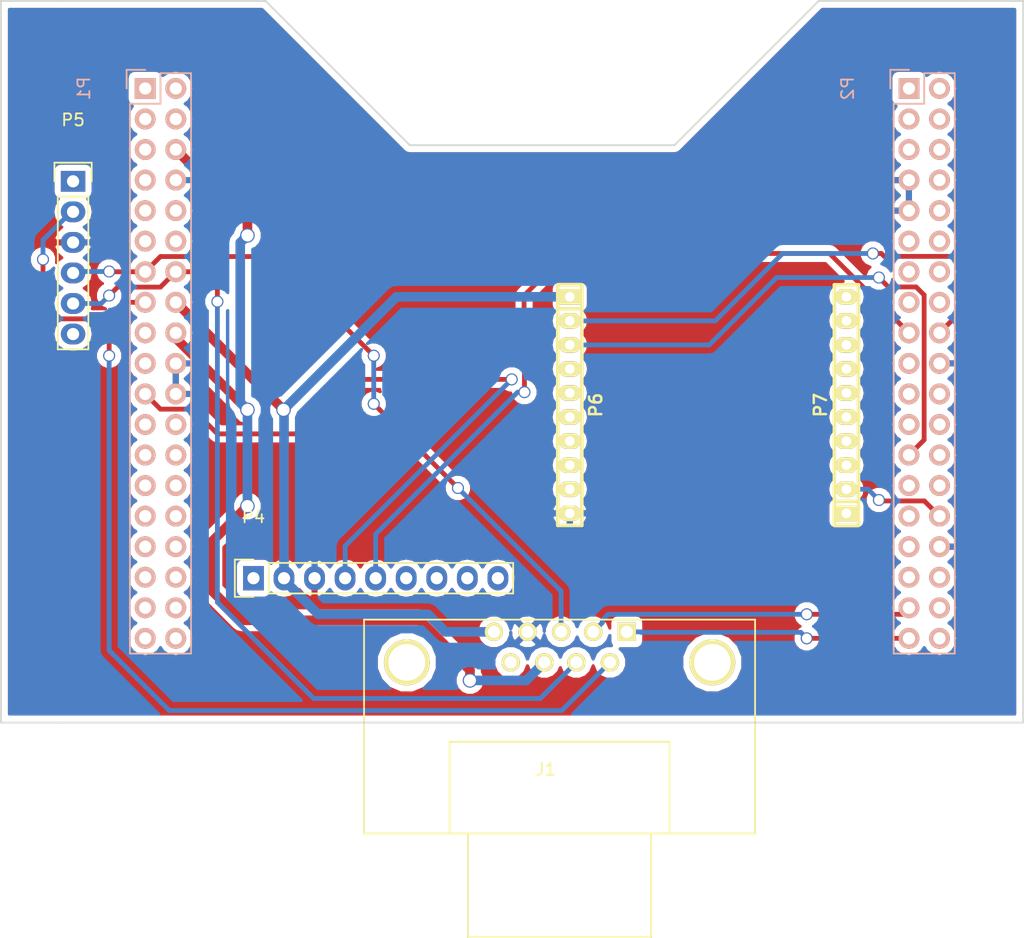
<source format=kicad_pcb>
(kicad_pcb (version 4) (host pcbnew 4.0.4+dfsg2-stable)

  (general
    (links 28)
    (no_connects 1)
    (area 132.924999 81.924999 218.075001 160.135001)
    (thickness 1.6)
    (drawings 14)
    (tracks 252)
    (zones 0)
    (modules 7)
    (nets 14)
  )

  (page A4)
  (layers
    (0 F.Cu signal)
    (31 B.Cu signal)
    (32 B.Adhes user)
    (33 F.Adhes user)
    (34 B.Paste user)
    (35 F.Paste user)
    (36 B.SilkS user)
    (37 F.SilkS user)
    (38 B.Mask user)
    (39 F.Mask user)
    (40 Dwgs.User user)
    (41 Cmts.User user)
    (42 Eco1.User user)
    (43 Eco2.User user)
    (44 Edge.Cuts user)
    (45 Margin user)
    (46 B.CrtYd user)
    (47 F.CrtYd user)
    (48 B.Fab user)
    (49 F.Fab user)
  )

  (setup
    (last_trace_width 0.4)
    (trace_clearance 0.2)
    (zone_clearance 0.508)
    (zone_45_only no)
    (trace_min 0.2)
    (segment_width 0.2)
    (edge_width 0.15)
    (via_size 1)
    (via_drill 0.8)
    (via_min_size 0.4)
    (via_min_drill 0.3)
    (uvia_size 0.3)
    (uvia_drill 0.1)
    (uvias_allowed no)
    (uvia_min_size 0.2)
    (uvia_min_drill 0.1)
    (pcb_text_width 0.3)
    (pcb_text_size 1.5 1.5)
    (mod_edge_width 0.15)
    (mod_text_size 1 1)
    (mod_text_width 0.15)
    (pad_size 1.524 1.524)
    (pad_drill 0.762)
    (pad_to_mask_clearance 0.2)
    (aux_axis_origin 0 0)
    (visible_elements FFFFFF7F)
    (pcbplotparams
      (layerselection 0x00030_80000001)
      (usegerberextensions false)
      (excludeedgelayer true)
      (linewidth 0.100000)
      (plotframeref false)
      (viasonmask false)
      (mode 1)
      (useauxorigin false)
      (hpglpennumber 1)
      (hpglpenspeed 20)
      (hpglpendiameter 15)
      (hpglpenoverlay 2)
      (psnegative false)
      (psa4output false)
      (plotreference true)
      (plotvalue true)
      (plotinvisibletext false)
      (padsonsilk false)
      (subtractmaskfromsilk false)
      (outputformat 1)
      (mirror false)
      (drillshape 1)
      (scaleselection 1)
      (outputdirectory ""))
  )

  (net 0 "")
  (net 1 GND)
  (net 2 +3V3)
  (net 3 /SWDIO)
  (net 4 /USART2_RX)
  (net 5 /USART2_TX)
  (net 6 +5V)
  (net 7 /SWCLK)
  (net 8 /RESET)
  (net 9 /USART3_RX)
  (net 10 /USART3_TX)
  (net 11 /USART3_CTS)
  (net 12 /I2C1_P)
  (net 13 /I2C1_N)

  (net_class Default "This is the default net class."
    (clearance 0.2)
    (trace_width 0.4)
    (via_dia 1)
    (via_drill 0.8)
    (uvia_dia 0.3)
    (uvia_drill 0.1)
    (add_net /I2C1_N)
    (add_net /I2C1_P)
    (add_net /RESET)
    (add_net /SWCLK)
    (add_net /SWDIO)
    (add_net /USART2_RX)
    (add_net /USART2_TX)
    (add_net /USART3_CTS)
    (add_net /USART3_RX)
    (add_net /USART3_TX)
  )

  (net_class Power ""
    (clearance 0.2)
    (trace_width 0.8)
    (via_dia 1.2)
    (via_drill 1)
    (uvia_dia 0.3)
    (uvia_drill 0.1)
    (add_net +3V3)
    (add_net +5V)
    (add_net GND)
  )

  (module Socket_Strips:Socket_Strip_Straight_1x09 (layer F.Cu) (tedit 0) (tstamp 588E1DAA)
    (at 154 130)
    (descr "Through hole socket strip")
    (tags "socket strip")
    (path /588E1CB6)
    (fp_text reference P4 (at 0 -5.1) (layer F.SilkS)
      (effects (font (size 1 1) (thickness 0.15)))
    )
    (fp_text value CONN_01X09 (at 0 -3.1) (layer F.Fab)
      (effects (font (size 1 1) (thickness 0.15)))
    )
    (fp_line (start -1.75 -1.75) (end -1.75 1.75) (layer F.CrtYd) (width 0.05))
    (fp_line (start 22.1 -1.75) (end 22.1 1.75) (layer F.CrtYd) (width 0.05))
    (fp_line (start -1.75 -1.75) (end 22.1 -1.75) (layer F.CrtYd) (width 0.05))
    (fp_line (start -1.75 1.75) (end 22.1 1.75) (layer F.CrtYd) (width 0.05))
    (fp_line (start 1.27 1.27) (end 21.59 1.27) (layer F.SilkS) (width 0.15))
    (fp_line (start 21.59 1.27) (end 21.59 -1.27) (layer F.SilkS) (width 0.15))
    (fp_line (start 21.59 -1.27) (end 1.27 -1.27) (layer F.SilkS) (width 0.15))
    (fp_line (start -1.55 1.55) (end 0 1.55) (layer F.SilkS) (width 0.15))
    (fp_line (start 1.27 1.27) (end 1.27 -1.27) (layer F.SilkS) (width 0.15))
    (fp_line (start 0 -1.55) (end -1.55 -1.55) (layer F.SilkS) (width 0.15))
    (fp_line (start -1.55 -1.55) (end -1.55 1.55) (layer F.SilkS) (width 0.15))
    (pad 1 thru_hole rect (at 0 0) (size 1.7272 2.032) (drill 1.016) (layers *.Cu *.Mask))
    (pad 2 thru_hole oval (at 2.54 0) (size 1.7272 2.032) (drill 1.016) (layers *.Cu *.Mask)
      (net 2 +3V3))
    (pad 3 thru_hole oval (at 5.08 0) (size 1.7272 2.032) (drill 1.016) (layers *.Cu *.Mask)
      (net 1 GND))
    (pad 4 thru_hole oval (at 7.62 0) (size 1.7272 2.032) (drill 1.016) (layers *.Cu *.Mask)
      (net 12 /I2C1_P))
    (pad 5 thru_hole oval (at 10.16 0) (size 1.7272 2.032) (drill 1.016) (layers *.Cu *.Mask)
      (net 13 /I2C1_N))
    (pad 6 thru_hole oval (at 12.7 0) (size 1.7272 2.032) (drill 1.016) (layers *.Cu *.Mask))
    (pad 7 thru_hole oval (at 15.24 0) (size 1.7272 2.032) (drill 1.016) (layers *.Cu *.Mask))
    (pad 8 thru_hole oval (at 17.78 0) (size 1.7272 2.032) (drill 1.016) (layers *.Cu *.Mask))
    (pad 9 thru_hole oval (at 20.32 0) (size 1.7272 2.032) (drill 1.016) (layers *.Cu *.Mask))
    (model Socket_Strips.3dshapes/Socket_Strip_Straight_1x09.wrl
      (at (xyz 0.4 0 0))
      (scale (xyz 1 1 1))
      (rotate (xyz 0 0 180))
    )
  )

  (module Connect:DB9FC (layer F.Cu) (tedit 0) (tstamp 588D0E0C)
    (at 179.578 135.73 180)
    (descr "Connecteur DB9 femelle couche")
    (tags "CONN DB9")
    (path /588D08E9)
    (fp_text reference J1 (at 1.27 -10.16 180) (layer F.SilkS)
      (effects (font (size 1 1) (thickness 0.15)))
    )
    (fp_text value DB9 (at 1.27 -3.81 180) (layer F.Fab)
      (effects (font (size 1 1) (thickness 0.15)))
    )
    (fp_line (start -16.129 2.286) (end 16.383 2.286) (layer F.SilkS) (width 0.15))
    (fp_line (start 16.383 2.286) (end 16.383 -15.494) (layer F.SilkS) (width 0.15))
    (fp_line (start 16.383 -15.494) (end -16.129 -15.494) (layer F.SilkS) (width 0.15))
    (fp_line (start -16.129 -15.494) (end -16.129 2.286) (layer F.SilkS) (width 0.15))
    (fp_line (start -9.017 -15.494) (end -9.017 -7.874) (layer F.SilkS) (width 0.15))
    (fp_line (start -9.017 -7.874) (end 9.271 -7.874) (layer F.SilkS) (width 0.15))
    (fp_line (start 9.271 -7.874) (end 9.271 -15.494) (layer F.SilkS) (width 0.15))
    (fp_line (start -7.493 -15.494) (end -7.493 -24.13) (layer F.SilkS) (width 0.15))
    (fp_line (start -7.493 -24.13) (end 7.747 -24.13) (layer F.SilkS) (width 0.15))
    (fp_line (start 7.747 -24.13) (end 7.747 -15.494) (layer F.SilkS) (width 0.15))
    (pad "" thru_hole circle (at 12.827 -1.27 180) (size 3.81 3.81) (drill 3.048) (layers *.Cu *.Mask F.SilkS))
    (pad "" thru_hole circle (at -12.573 -1.27 180) (size 3.81 3.81) (drill 3.048) (layers *.Cu *.Mask F.SilkS))
    (pad 1 thru_hole rect (at -5.461 1.27 180) (size 1.524 1.524) (drill 1.016) (layers *.Cu *.Mask F.SilkS)
      (net 4 /USART2_RX))
    (pad 2 thru_hole circle (at -2.667 1.27 180) (size 1.524 1.524) (drill 1.016) (layers *.Cu *.Mask F.SilkS)
      (net 5 /USART2_TX))
    (pad 3 thru_hole circle (at 0 1.27 180) (size 1.524 1.524) (drill 1.016) (layers *.Cu *.Mask F.SilkS)
      (net 3 /SWDIO))
    (pad 4 thru_hole circle (at 2.794 1.27 180) (size 1.524 1.524) (drill 1.016) (layers *.Cu *.Mask F.SilkS)
      (net 1 GND))
    (pad 5 thru_hole circle (at 5.588 1.27 180) (size 1.524 1.524) (drill 1.016) (layers *.Cu *.Mask F.SilkS)
      (net 2 +3V3))
    (pad 6 thru_hole circle (at -4.064 -1.27 180) (size 1.524 1.524) (drill 1.016) (layers *.Cu *.Mask F.SilkS)
      (net 7 /SWCLK))
    (pad 7 thru_hole circle (at -1.27 -1.27 180) (size 1.524 1.524) (drill 1.016) (layers *.Cu *.Mask F.SilkS)
      (net 8 /RESET))
    (pad 8 thru_hole circle (at 1.397 -1.27 180) (size 1.524 1.524) (drill 1.016) (layers *.Cu *.Mask F.SilkS)
      (net 6 +5V))
    (pad 9 thru_hole circle (at 4.191 -1.27 180) (size 1.524 1.524) (drill 1.016) (layers *.Cu *.Mask F.SilkS))
    (model Connect.3dshapes/DB9FC.wrl
      (at (xyz 0 0 0))
      (scale (xyz 1 1 1))
      (rotate (xyz 0 0 0))
    )
  )

  (module Socket_Strips:Socket_Strip_Straight_2x19 (layer B.Cu) (tedit 0) (tstamp 588D0E36)
    (at 145 89.28 270)
    (descr "Through hole socket strip")
    (tags "socket strip")
    (path /588D1373)
    (fp_text reference P1 (at 0 5.1 270) (layer B.SilkS)
      (effects (font (size 1 1) (thickness 0.15)) (justify mirror))
    )
    (fp_text value CONN_02X19 (at 0 3.1 270) (layer B.Fab)
      (effects (font (size 1 1) (thickness 0.15)) (justify mirror))
    )
    (fp_line (start -1.75 1.75) (end -1.75 -4.3) (layer B.CrtYd) (width 0.05))
    (fp_line (start 47.5 1.75) (end 47.5 -4.3) (layer B.CrtYd) (width 0.05))
    (fp_line (start -1.75 1.75) (end 47.5 1.75) (layer B.CrtYd) (width 0.05))
    (fp_line (start -1.75 -4.3) (end 47.5 -4.3) (layer B.CrtYd) (width 0.05))
    (fp_line (start -1.27 -3.81) (end 46.99 -3.81) (layer B.SilkS) (width 0.15))
    (fp_line (start 46.99 1.27) (end 1.27 1.27) (layer B.SilkS) (width 0.15))
    (fp_line (start 46.99 -3.81) (end 46.99 1.27) (layer B.SilkS) (width 0.15))
    (fp_line (start -1.27 -3.81) (end -1.27 -1.27) (layer B.SilkS) (width 0.15))
    (fp_line (start 0 1.55) (end -1.55 1.55) (layer B.SilkS) (width 0.15))
    (fp_line (start -1.27 -1.27) (end 1.27 -1.27) (layer B.SilkS) (width 0.15))
    (fp_line (start 1.27 -1.27) (end 1.27 1.27) (layer B.SilkS) (width 0.15))
    (fp_line (start -1.55 1.55) (end -1.55 0) (layer B.SilkS) (width 0.15))
    (pad 1 thru_hole rect (at 0 0 270) (size 1.7272 1.7272) (drill 1.016) (layers *.Cu *.Mask B.SilkS))
    (pad 2 thru_hole oval (at 0 -2.54 270) (size 1.7272 1.7272) (drill 1.016) (layers *.Cu *.Mask B.SilkS))
    (pad 3 thru_hole oval (at 2.54 0 270) (size 1.7272 1.7272) (drill 1.016) (layers *.Cu *.Mask B.SilkS))
    (pad 4 thru_hole oval (at 2.54 -2.54 270) (size 1.7272 1.7272) (drill 1.016) (layers *.Cu *.Mask B.SilkS))
    (pad 5 thru_hole oval (at 5.08 0 270) (size 1.7272 1.7272) (drill 1.016) (layers *.Cu *.Mask B.SilkS))
    (pad 6 thru_hole oval (at 5.08 -2.54 270) (size 1.7272 1.7272) (drill 1.016) (layers *.Cu *.Mask B.SilkS)
      (net 6 +5V))
    (pad 7 thru_hole oval (at 7.62 0 270) (size 1.7272 1.7272) (drill 1.016) (layers *.Cu *.Mask B.SilkS))
    (pad 8 thru_hole oval (at 7.62 -2.54 270) (size 1.7272 1.7272) (drill 1.016) (layers *.Cu *.Mask B.SilkS)
      (net 1 GND))
    (pad 9 thru_hole oval (at 10.16 0 270) (size 1.7272 1.7272) (drill 1.016) (layers *.Cu *.Mask B.SilkS))
    (pad 10 thru_hole oval (at 10.16 -2.54 270) (size 1.7272 1.7272) (drill 1.016) (layers *.Cu *.Mask B.SilkS))
    (pad 11 thru_hole oval (at 12.7 0 270) (size 1.7272 1.7272) (drill 1.016) (layers *.Cu *.Mask B.SilkS))
    (pad 12 thru_hole oval (at 12.7 -2.54 270) (size 1.7272 1.7272) (drill 1.016) (layers *.Cu *.Mask B.SilkS))
    (pad 13 thru_hole oval (at 15.24 0 270) (size 1.7272 1.7272) (drill 1.016) (layers *.Cu *.Mask B.SilkS)
      (net 3 /SWDIO))
    (pad 14 thru_hole oval (at 15.24 -2.54 270) (size 1.7272 1.7272) (drill 1.016) (layers *.Cu *.Mask B.SilkS)
      (net 8 /RESET))
    (pad 15 thru_hole oval (at 17.78 0 270) (size 1.7272 1.7272) (drill 1.016) (layers *.Cu *.Mask B.SilkS)
      (net 7 /SWCLK))
    (pad 16 thru_hole oval (at 17.78 -2.54 270) (size 1.7272 1.7272) (drill 1.016) (layers *.Cu *.Mask B.SilkS)
      (net 2 +3V3))
    (pad 17 thru_hole oval (at 20.32 0 270) (size 1.7272 1.7272) (drill 1.016) (layers *.Cu *.Mask B.SilkS))
    (pad 18 thru_hole oval (at 20.32 -2.54 270) (size 1.7272 1.7272) (drill 1.016) (layers *.Cu *.Mask B.SilkS)
      (net 6 +5V))
    (pad 19 thru_hole oval (at 22.86 0 270) (size 1.7272 1.7272) (drill 1.016) (layers *.Cu *.Mask B.SilkS))
    (pad 20 thru_hole oval (at 22.86 -2.54 270) (size 1.7272 1.7272) (drill 1.016) (layers *.Cu *.Mask B.SilkS)
      (net 1 GND))
    (pad 21 thru_hole oval (at 25.4 0 270) (size 1.7272 1.7272) (drill 1.016) (layers *.Cu *.Mask B.SilkS)
      (net 12 /I2C1_P))
    (pad 22 thru_hole oval (at 25.4 -2.54 270) (size 1.7272 1.7272) (drill 1.016) (layers *.Cu *.Mask B.SilkS)
      (net 1 GND))
    (pad 23 thru_hole oval (at 27.94 0 270) (size 1.7272 1.7272) (drill 1.016) (layers *.Cu *.Mask B.SilkS))
    (pad 24 thru_hole oval (at 27.94 -2.54 270) (size 1.7272 1.7272) (drill 1.016) (layers *.Cu *.Mask B.SilkS))
    (pad 25 thru_hole oval (at 30.48 0 270) (size 1.7272 1.7272) (drill 1.016) (layers *.Cu *.Mask B.SilkS))
    (pad 26 thru_hole oval (at 30.48 -2.54 270) (size 1.7272 1.7272) (drill 1.016) (layers *.Cu *.Mask B.SilkS))
    (pad 27 thru_hole oval (at 33.02 0 270) (size 1.7272 1.7272) (drill 1.016) (layers *.Cu *.Mask B.SilkS))
    (pad 28 thru_hole oval (at 33.02 -2.54 270) (size 1.7272 1.7272) (drill 1.016) (layers *.Cu *.Mask B.SilkS))
    (pad 29 thru_hole oval (at 35.56 0 270) (size 1.7272 1.7272) (drill 1.016) (layers *.Cu *.Mask B.SilkS))
    (pad 30 thru_hole oval (at 35.56 -2.54 270) (size 1.7272 1.7272) (drill 1.016) (layers *.Cu *.Mask B.SilkS))
    (pad 31 thru_hole oval (at 38.1 0 270) (size 1.7272 1.7272) (drill 1.016) (layers *.Cu *.Mask B.SilkS))
    (pad 32 thru_hole oval (at 38.1 -2.54 270) (size 1.7272 1.7272) (drill 1.016) (layers *.Cu *.Mask B.SilkS))
    (pad 33 thru_hole oval (at 40.64 0 270) (size 1.7272 1.7272) (drill 1.016) (layers *.Cu *.Mask B.SilkS))
    (pad 34 thru_hole oval (at 40.64 -2.54 270) (size 1.7272 1.7272) (drill 1.016) (layers *.Cu *.Mask B.SilkS))
    (pad 35 thru_hole oval (at 43.18 0 270) (size 1.7272 1.7272) (drill 1.016) (layers *.Cu *.Mask B.SilkS))
    (pad 36 thru_hole oval (at 43.18 -2.54 270) (size 1.7272 1.7272) (drill 1.016) (layers *.Cu *.Mask B.SilkS))
    (pad 37 thru_hole oval (at 45.72 0 270) (size 1.7272 1.7272) (drill 1.016) (layers *.Cu *.Mask B.SilkS))
    (pad 38 thru_hole oval (at 45.72 -2.54 270) (size 1.7272 1.7272) (drill 1.016) (layers *.Cu *.Mask B.SilkS))
    (model Socket_Strips.3dshapes/Socket_Strip_Straight_2x19.wrl
      (at (xyz 0.9 -0.05 0))
      (scale (xyz 1 1 1))
      (rotate (xyz 0 0 180))
    )
  )

  (module Socket_Strips:Socket_Strip_Straight_2x19 (layer B.Cu) (tedit 0) (tstamp 588D0E60)
    (at 208.5 89.28 270)
    (descr "Through hole socket strip")
    (tags "socket strip")
    (path /588D1307)
    (fp_text reference P2 (at 0 5.1 270) (layer B.SilkS)
      (effects (font (size 1 1) (thickness 0.15)) (justify mirror))
    )
    (fp_text value CONN_02X19 (at 0 3.1 270) (layer B.Fab)
      (effects (font (size 1 1) (thickness 0.15)) (justify mirror))
    )
    (fp_line (start -1.75 1.75) (end -1.75 -4.3) (layer B.CrtYd) (width 0.05))
    (fp_line (start 47.5 1.75) (end 47.5 -4.3) (layer B.CrtYd) (width 0.05))
    (fp_line (start -1.75 1.75) (end 47.5 1.75) (layer B.CrtYd) (width 0.05))
    (fp_line (start -1.75 -4.3) (end 47.5 -4.3) (layer B.CrtYd) (width 0.05))
    (fp_line (start -1.27 -3.81) (end 46.99 -3.81) (layer B.SilkS) (width 0.15))
    (fp_line (start 46.99 1.27) (end 1.27 1.27) (layer B.SilkS) (width 0.15))
    (fp_line (start 46.99 -3.81) (end 46.99 1.27) (layer B.SilkS) (width 0.15))
    (fp_line (start -1.27 -3.81) (end -1.27 -1.27) (layer B.SilkS) (width 0.15))
    (fp_line (start 0 1.55) (end -1.55 1.55) (layer B.SilkS) (width 0.15))
    (fp_line (start -1.27 -1.27) (end 1.27 -1.27) (layer B.SilkS) (width 0.15))
    (fp_line (start 1.27 -1.27) (end 1.27 1.27) (layer B.SilkS) (width 0.15))
    (fp_line (start -1.55 1.55) (end -1.55 0) (layer B.SilkS) (width 0.15))
    (pad 1 thru_hole rect (at 0 0 270) (size 1.7272 1.7272) (drill 1.016) (layers *.Cu *.Mask B.SilkS))
    (pad 2 thru_hole oval (at 0 -2.54 270) (size 1.7272 1.7272) (drill 1.016) (layers *.Cu *.Mask B.SilkS))
    (pad 3 thru_hole oval (at 2.54 0 270) (size 1.7272 1.7272) (drill 1.016) (layers *.Cu *.Mask B.SilkS))
    (pad 4 thru_hole oval (at 2.54 -2.54 270) (size 1.7272 1.7272) (drill 1.016) (layers *.Cu *.Mask B.SilkS))
    (pad 5 thru_hole oval (at 5.08 0 270) (size 1.7272 1.7272) (drill 1.016) (layers *.Cu *.Mask B.SilkS))
    (pad 6 thru_hole oval (at 5.08 -2.54 270) (size 1.7272 1.7272) (drill 1.016) (layers *.Cu *.Mask B.SilkS))
    (pad 7 thru_hole oval (at 7.62 0 270) (size 1.7272 1.7272) (drill 1.016) (layers *.Cu *.Mask B.SilkS)
      (net 1 GND))
    (pad 8 thru_hole oval (at 7.62 -2.54 270) (size 1.7272 1.7272) (drill 1.016) (layers *.Cu *.Mask B.SilkS))
    (pad 9 thru_hole oval (at 10.16 0 270) (size 1.7272 1.7272) (drill 1.016) (layers *.Cu *.Mask B.SilkS)
      (net 1 GND))
    (pad 10 thru_hole oval (at 10.16 -2.54 270) (size 1.7272 1.7272) (drill 1.016) (layers *.Cu *.Mask B.SilkS))
    (pad 11 thru_hole oval (at 12.7 0 270) (size 1.7272 1.7272) (drill 1.016) (layers *.Cu *.Mask B.SilkS))
    (pad 12 thru_hole oval (at 12.7 -2.54 270) (size 1.7272 1.7272) (drill 1.016) (layers *.Cu *.Mask B.SilkS))
    (pad 13 thru_hole oval (at 15.24 0 270) (size 1.7272 1.7272) (drill 1.016) (layers *.Cu *.Mask B.SilkS))
    (pad 14 thru_hole oval (at 15.24 -2.54 270) (size 1.7272 1.7272) (drill 1.016) (layers *.Cu *.Mask B.SilkS))
    (pad 15 thru_hole oval (at 17.78 0 270) (size 1.7272 1.7272) (drill 1.016) (layers *.Cu *.Mask B.SilkS))
    (pad 16 thru_hole oval (at 17.78 -2.54 270) (size 1.7272 1.7272) (drill 1.016) (layers *.Cu *.Mask B.SilkS))
    (pad 17 thru_hole oval (at 20.32 0 270) (size 1.7272 1.7272) (drill 1.016) (layers *.Cu *.Mask B.SilkS)
      (net 13 /I2C1_N))
    (pad 18 thru_hole oval (at 20.32 -2.54 270) (size 1.7272 1.7272) (drill 1.016) (layers *.Cu *.Mask B.SilkS)
      (net 9 /USART3_RX))
    (pad 19 thru_hole oval (at 22.86 0 270) (size 1.7272 1.7272) (drill 1.016) (layers *.Cu *.Mask B.SilkS))
    (pad 20 thru_hole oval (at 22.86 -2.54 270) (size 1.7272 1.7272) (drill 1.016) (layers *.Cu *.Mask B.SilkS)
      (net 1 GND))
    (pad 21 thru_hole oval (at 25.4 0 270) (size 1.7272 1.7272) (drill 1.016) (layers *.Cu *.Mask B.SilkS))
    (pad 22 thru_hole oval (at 25.4 -2.54 270) (size 1.7272 1.7272) (drill 1.016) (layers *.Cu *.Mask B.SilkS))
    (pad 23 thru_hole oval (at 27.94 0 270) (size 1.7272 1.7272) (drill 1.016) (layers *.Cu *.Mask B.SilkS))
    (pad 24 thru_hole oval (at 27.94 -2.54 270) (size 1.7272 1.7272) (drill 1.016) (layers *.Cu *.Mask B.SilkS))
    (pad 25 thru_hole oval (at 30.48 0 270) (size 1.7272 1.7272) (drill 1.016) (layers *.Cu *.Mask B.SilkS)
      (net 10 /USART3_TX))
    (pad 26 thru_hole oval (at 30.48 -2.54 270) (size 1.7272 1.7272) (drill 1.016) (layers *.Cu *.Mask B.SilkS))
    (pad 27 thru_hole oval (at 33.02 0 270) (size 1.7272 1.7272) (drill 1.016) (layers *.Cu *.Mask B.SilkS))
    (pad 28 thru_hole oval (at 33.02 -2.54 270) (size 1.7272 1.7272) (drill 1.016) (layers *.Cu *.Mask B.SilkS))
    (pad 29 thru_hole oval (at 35.56 0 270) (size 1.7272 1.7272) (drill 1.016) (layers *.Cu *.Mask B.SilkS))
    (pad 30 thru_hole oval (at 35.56 -2.54 270) (size 1.7272 1.7272) (drill 1.016) (layers *.Cu *.Mask B.SilkS)
      (net 11 /USART3_CTS))
    (pad 31 thru_hole oval (at 38.1 0 270) (size 1.7272 1.7272) (drill 1.016) (layers *.Cu *.Mask B.SilkS))
    (pad 32 thru_hole oval (at 38.1 -2.54 270) (size 1.7272 1.7272) (drill 1.016) (layers *.Cu *.Mask B.SilkS)
      (net 1 GND))
    (pad 33 thru_hole oval (at 40.64 0 270) (size 1.7272 1.7272) (drill 1.016) (layers *.Cu *.Mask B.SilkS))
    (pad 34 thru_hole oval (at 40.64 -2.54 270) (size 1.7272 1.7272) (drill 1.016) (layers *.Cu *.Mask B.SilkS))
    (pad 35 thru_hole oval (at 43.18 0 270) (size 1.7272 1.7272) (drill 1.016) (layers *.Cu *.Mask B.SilkS)
      (net 5 /USART2_TX))
    (pad 36 thru_hole oval (at 43.18 -2.54 270) (size 1.7272 1.7272) (drill 1.016) (layers *.Cu *.Mask B.SilkS))
    (pad 37 thru_hole oval (at 45.72 0 270) (size 1.7272 1.7272) (drill 1.016) (layers *.Cu *.Mask B.SilkS)
      (net 4 /USART2_RX))
    (pad 38 thru_hole oval (at 45.72 -2.54 270) (size 1.7272 1.7272) (drill 1.016) (layers *.Cu *.Mask B.SilkS))
    (model Socket_Strips.3dshapes/Socket_Strip_Straight_2x19.wrl
      (at (xyz 0.9 -0.05 0))
      (scale (xyz 1 1 1))
      (rotate (xyz 0 0 180))
    )
  )

  (module Pin_Headers:Pin_Header_Straight_1x06 (layer F.Cu) (tedit 0) (tstamp 588E1DB4)
    (at 139 97)
    (descr "Through hole pin header")
    (tags "pin header")
    (path /588E1F3F)
    (fp_text reference P5 (at 0 -5.1) (layer F.SilkS)
      (effects (font (size 1 1) (thickness 0.15)))
    )
    (fp_text value CONN_01X06 (at 0 -3.1) (layer F.Fab)
      (effects (font (size 1 1) (thickness 0.15)))
    )
    (fp_line (start -1.75 -1.75) (end -1.75 14.45) (layer F.CrtYd) (width 0.05))
    (fp_line (start 1.75 -1.75) (end 1.75 14.45) (layer F.CrtYd) (width 0.05))
    (fp_line (start -1.75 -1.75) (end 1.75 -1.75) (layer F.CrtYd) (width 0.05))
    (fp_line (start -1.75 14.45) (end 1.75 14.45) (layer F.CrtYd) (width 0.05))
    (fp_line (start 1.27 1.27) (end 1.27 13.97) (layer F.SilkS) (width 0.15))
    (fp_line (start 1.27 13.97) (end -1.27 13.97) (layer F.SilkS) (width 0.15))
    (fp_line (start -1.27 13.97) (end -1.27 1.27) (layer F.SilkS) (width 0.15))
    (fp_line (start 1.55 -1.55) (end 1.55 0) (layer F.SilkS) (width 0.15))
    (fp_line (start 1.27 1.27) (end -1.27 1.27) (layer F.SilkS) (width 0.15))
    (fp_line (start -1.55 0) (end -1.55 -1.55) (layer F.SilkS) (width 0.15))
    (fp_line (start -1.55 -1.55) (end 1.55 -1.55) (layer F.SilkS) (width 0.15))
    (pad 1 thru_hole rect (at 0 0) (size 2.032 1.7272) (drill 1.016) (layers *.Cu *.Mask))
    (pad 2 thru_hole oval (at 0 2.54) (size 2.032 1.7272) (drill 1.016) (layers *.Cu *.Mask)
      (net 7 /SWCLK))
    (pad 3 thru_hole oval (at 0 5.08) (size 2.032 1.7272) (drill 1.016) (layers *.Cu *.Mask)
      (net 1 GND))
    (pad 4 thru_hole oval (at 0 7.62) (size 2.032 1.7272) (drill 1.016) (layers *.Cu *.Mask)
      (net 3 /SWDIO))
    (pad 5 thru_hole oval (at 0 10.16) (size 2.032 1.7272) (drill 1.016) (layers *.Cu *.Mask)
      (net 8 /RESET))
    (pad 6 thru_hole oval (at 0 12.7) (size 2.032 1.7272) (drill 1.016) (layers *.Cu *.Mask))
    (model Pin_Headers.3dshapes/Pin_Header_Straight_1x06.wrl
      (at (xyz 0 -0.25 0))
      (scale (xyz 1 1 1))
      (rotate (xyz 0 0 90))
    )
  )

  (module w_pin_strip:pin_socket_2mm_10 (layer F.Cu) (tedit 0) (tstamp 588E2027)
    (at 180.302 115.604 270)
    (descr "Pin socket 2mm 10pin")
    (tags "CONN DEV")
    (path /588E237D)
    (fp_text reference P6 (at 0 -2.159 270) (layer F.SilkS)
      (effects (font (size 1.016 1.016) (thickness 0.2032)))
    )
    (fp_text value XBEEL (at 0.254 -3.556 270) (layer F.SilkS) hide
      (effects (font (size 1.016 0.889) (thickness 0.2032)))
    )
    (fp_line (start 10 -1) (end 10 1) (layer F.SilkS) (width 0.3048))
    (fp_line (start 10 1) (end -10 1) (layer F.SilkS) (width 0.3048))
    (fp_line (start -10 -1) (end 10 -1) (layer F.SilkS) (width 0.3048))
    (fp_line (start -10 1) (end -10 -1) (layer F.SilkS) (width 0.3048))
    (fp_line (start -8 -1) (end -8 1) (layer F.SilkS) (width 0.3048))
    (pad 1 thru_hole rect (at -9 0 270) (size 1.3 1.8) (drill 0.8) (layers *.Cu *.Mask F.SilkS)
      (net 2 +3V3))
    (pad 2 thru_hole oval (at -7 0 270) (size 1.3 1.8) (drill 0.8) (layers *.Cu *.Mask F.SilkS)
      (net 9 /USART3_RX))
    (pad 3 thru_hole oval (at -5 0 270) (size 1.3 1.8) (drill 0.8) (layers *.Cu *.Mask F.SilkS)
      (net 10 /USART3_TX))
    (pad 4 thru_hole oval (at -3 0 270) (size 1.3 1.8) (drill 0.8) (layers *.Cu *.Mask F.SilkS))
    (pad 5 thru_hole oval (at -1 0 270) (size 1.3 1.8) (drill 0.8) (layers *.Cu *.Mask F.SilkS))
    (pad 6 thru_hole oval (at 1 0 270) (size 1.3 1.8) (drill 0.8) (layers *.Cu *.Mask F.SilkS))
    (pad 7 thru_hole oval (at 3 0 270) (size 1.3 1.8) (drill 0.8) (layers *.Cu *.Mask F.SilkS))
    (pad 8 thru_hole oval (at 5 0 270) (size 1.3 1.8) (drill 0.8) (layers *.Cu *.Mask F.SilkS))
    (pad 9 thru_hole oval (at 7 0 270) (size 1.3 1.8) (drill 0.8) (layers *.Cu *.Mask F.SilkS))
    (pad 10 thru_hole oval (at 9 0 270) (size 1.3 1.8) (drill 0.8) (layers *.Cu *.Mask F.SilkS)
      (net 1 GND))
    (model walter/pin_strip/pin_socket_2mm_10.wrl
      (at (xyz 0 0 0))
      (scale (xyz 1 1 1))
      (rotate (xyz 0 0 0))
    )
  )

  (module w_pin_strip:pin_socket_2mm_10 (layer F.Cu) (tedit 0) (tstamp 588E2035)
    (at 203.302 115.604 90)
    (descr "Pin socket 2mm 10pin")
    (tags "CONN DEV")
    (path /588E2400)
    (fp_text reference P7 (at 0 -2.159 90) (layer F.SilkS)
      (effects (font (size 1.016 1.016) (thickness 0.2032)))
    )
    (fp_text value XBEER (at 0.254 -3.556 90) (layer F.SilkS) hide
      (effects (font (size 1.016 0.889) (thickness 0.2032)))
    )
    (fp_line (start 10 -1) (end 10 1) (layer F.SilkS) (width 0.3048))
    (fp_line (start 10 1) (end -10 1) (layer F.SilkS) (width 0.3048))
    (fp_line (start -10 -1) (end 10 -1) (layer F.SilkS) (width 0.3048))
    (fp_line (start -10 1) (end -10 -1) (layer F.SilkS) (width 0.3048))
    (fp_line (start -8 -1) (end -8 1) (layer F.SilkS) (width 0.3048))
    (pad 1 thru_hole rect (at -9 0 90) (size 1.3 1.8) (drill 0.8) (layers *.Cu *.Mask F.SilkS))
    (pad 2 thru_hole oval (at -7 0 90) (size 1.3 1.8) (drill 0.8) (layers *.Cu *.Mask F.SilkS)
      (net 11 /USART3_CTS))
    (pad 3 thru_hole oval (at -5 0 90) (size 1.3 1.8) (drill 0.8) (layers *.Cu *.Mask F.SilkS))
    (pad 4 thru_hole oval (at -3 0 90) (size 1.3 1.8) (drill 0.8) (layers *.Cu *.Mask F.SilkS))
    (pad 5 thru_hole oval (at -1 0 90) (size 1.3 1.8) (drill 0.8) (layers *.Cu *.Mask F.SilkS))
    (pad 6 thru_hole oval (at 1 0 90) (size 1.3 1.8) (drill 0.8) (layers *.Cu *.Mask F.SilkS))
    (pad 7 thru_hole oval (at 3 0 90) (size 1.3 1.8) (drill 0.8) (layers *.Cu *.Mask F.SilkS))
    (pad 8 thru_hole oval (at 5 0 90) (size 1.3 1.8) (drill 0.8) (layers *.Cu *.Mask F.SilkS))
    (pad 9 thru_hole oval (at 7 0 90) (size 1.3 1.8) (drill 0.8) (layers *.Cu *.Mask F.SilkS))
    (pad 10 thru_hole oval (at 9 0 90) (size 1.3 1.8) (drill 0.8) (layers *.Cu *.Mask F.SilkS))
    (model walter/pin_strip/pin_socket_2mm_10.wrl
      (at (xyz 0 0 0))
      (scale (xyz 1 1 1))
      (rotate (xyz 0 0 0))
    )
  )

  (gr_line (start 133 142) (end 138 142) (layer Edge.Cuts) (width 0.15))
  (gr_line (start 138 82) (end 133 82) (layer Edge.Cuts) (width 0.15))
  (gr_line (start 138 82) (end 143 82) (layer Edge.Cuts) (width 0.15))
  (gr_line (start 133 142) (end 133 82) (layer Edge.Cuts) (width 0.15))
  (gr_line (start 218 142) (end 138 142) (layer Edge.Cuts) (width 0.15))
  (gr_line (start 218 140) (end 218 142) (layer Edge.Cuts) (width 0.15))
  (gr_line (start 218 82) (end 218 140) (layer Edge.Cuts) (width 0.15))
  (gr_line (start 213 82) (end 218 82) (layer Edge.Cuts) (width 0.15))
  (gr_line (start 167 94) (end 189 94) (layer Edge.Cuts) (width 0.15))
  (gr_line (start 201 82) (end 189 94) (layer Edge.Cuts) (width 0.15))
  (gr_line (start 202 82) (end 201 82) (layer Edge.Cuts) (width 0.15))
  (gr_line (start 213 82) (end 202 82) (layer Edge.Cuts) (width 0.15))
  (gr_line (start 155 82) (end 167 94) (layer Edge.Cuts) (width 0.15))
  (gr_line (start 143 82) (end 155 82) (layer Edge.Cuts) (width 0.15))

  (segment (start 168.5 133) (end 159.3876 133) (width 0.8) (layer B.Cu) (net 2))
  (segment (start 159.3876 133) (end 156.54 130.1524) (width 0.8) (layer B.Cu) (net 2))
  (segment (start 156.54 130.1524) (end 156.54 130) (width 0.8) (layer B.Cu) (net 2))
  (segment (start 169.96 134.46) (end 168.5 133) (width 0.8) (layer B.Cu) (net 2))
  (segment (start 173.99 134.46) (end 169.96 134.46) (width 0.8) (layer B.Cu) (net 2))
  (segment (start 180.302 106.604) (end 165.896 106.604) (width 0.8) (layer B.Cu) (net 2) (status 10))
  (segment (start 165.896 106.604) (end 156.5 116) (width 0.8) (layer B.Cu) (net 2))
  (segment (start 156.5 116) (end 147.56 107.06) (width 0.8) (layer F.Cu) (net 2) (status 20))
  (segment (start 147.56 107.06) (end 147.54 107.06) (width 0.8) (layer F.Cu) (net 2) (status 30))
  (segment (start 156.54 130) (end 156.54 116.04) (width 0.8) (layer B.Cu) (net 2) (status 10))
  (segment (start 156.54 116.04) (end 156.5 116) (width 0.8) (layer B.Cu) (net 2))
  (via (at 156.5 116) (size 1.2) (drill 1) (layers F.Cu B.Cu) (net 2))
  (segment (start 164 111.5) (end 155.756399 103.256399) (width 0.4) (layer F.Cu) (net 3))
  (segment (start 155.756399 103.256399) (end 146.263601 103.256399) (width 0.4) (layer F.Cu) (net 3))
  (segment (start 146.263601 103.256399) (end 145.863599 103.656401) (width 0.4) (layer F.Cu) (net 3))
  (segment (start 145.863599 103.656401) (end 145 104.52) (width 0.4) (layer F.Cu) (net 3))
  (segment (start 164 115.5) (end 164 111.5) (width 0.4) (layer B.Cu) (net 3))
  (via (at 164 111.5) (size 1) (drill 0.8) (layers F.Cu B.Cu) (net 3))
  (segment (start 171 122.5) (end 164 115.5) (width 0.4) (layer F.Cu) (net 3))
  (via (at 164 115.5) (size 1) (drill 0.8) (layers F.Cu B.Cu) (net 3))
  (segment (start 179.578 134.46) (end 179.578 131.078) (width 0.4) (layer B.Cu) (net 3))
  (segment (start 179.578 131.078) (end 171 122.5) (width 0.4) (layer B.Cu) (net 3))
  (via (at 171 122.5) (size 1) (drill 0.8) (layers F.Cu B.Cu) (net 3))
  (segment (start 142 104.5) (end 139.12 104.5) (width 0.4) (layer B.Cu) (net 3) (status 20))
  (segment (start 139.12 104.5) (end 139 104.62) (width 0.4) (layer B.Cu) (net 3) (status 30))
  (segment (start 145 104.52) (end 142.02 104.52) (width 0.4) (layer F.Cu) (net 3) (status 10))
  (segment (start 142.02 104.52) (end 142 104.5) (width 0.4) (layer F.Cu) (net 3))
  (via (at 142 104.5) (size 1) (drill 0.8) (layers F.Cu B.Cu) (net 3))
  (segment (start 144.9 104.62) (end 145 104.52) (width 0.25) (layer F.Cu) (net 3) (status 30))
  (segment (start 144.872 104.648) (end 145 104.52) (width 0.25) (layer B.Cu) (net 3) (status 30))
  (segment (start 200 135) (end 208.5 135) (width 0.4) (layer F.Cu) (net 4))
  (segment (start 186.241 134.5) (end 199.5 134.5) (width 0.4) (layer B.Cu) (net 4))
  (segment (start 199.5 134.5) (end 200 135) (width 0.4) (layer B.Cu) (net 4))
  (via (at 200 135) (size 1) (drill 0.8) (layers F.Cu B.Cu) (net 4))
  (segment (start 185.039 134.46) (end 186.201 134.46) (width 0.4) (layer B.Cu) (net 4))
  (segment (start 186.201 134.46) (end 186.241 134.5) (width 0.4) (layer B.Cu) (net 4))
  (segment (start 200 133) (end 207.96 133) (width 0.4) (layer F.Cu) (net 5))
  (segment (start 207.96 133) (end 208.5 132.46) (width 0.4) (layer F.Cu) (net 5))
  (segment (start 183.006999 133.493001) (end 183.5 133) (width 0.4) (layer B.Cu) (net 5))
  (segment (start 183.5 133) (end 200 133) (width 0.4) (layer B.Cu) (net 5))
  (via (at 200 133) (size 1) (drill 0.8) (layers F.Cu B.Cu) (net 5))
  (segment (start 182.245 134.46) (end 183.006999 133.698001) (width 0.4) (layer B.Cu) (net 5))
  (segment (start 183.006999 133.698001) (end 183.006999 133.493001) (width 0.4) (layer B.Cu) (net 5))
  (segment (start 153.5 101.5) (end 152.900001 102.099999) (width 0.8) (layer B.Cu) (net 6))
  (segment (start 152.900001 115.400001) (end 153.5 116) (width 0.8) (layer B.Cu) (net 6))
  (segment (start 152.900001 102.099999) (end 152.900001 115.400001) (width 0.8) (layer B.Cu) (net 6))
  (segment (start 147.54 94.36) (end 153.5 100.32) (width 0.8) (layer F.Cu) (net 6))
  (segment (start 153.5 100.32) (end 153.5 101.5) (width 0.8) (layer F.Cu) (net 6))
  (via (at 153.5 101.5) (size 1.2) (drill 1) (layers F.Cu B.Cu) (net 6))
  (segment (start 153.5 116) (end 147.54 110.04) (width 0.8) (layer F.Cu) (net 6))
  (segment (start 147.54 110.04) (end 147.54 109.6) (width 0.8) (layer F.Cu) (net 6))
  (segment (start 153.5 124) (end 153.5 116) (width 0.8) (layer B.Cu) (net 6))
  (via (at 153.5 116) (size 1.2) (drill 1) (layers F.Cu B.Cu) (net 6))
  (segment (start 150.5 131) (end 150.5 127) (width 0.8) (layer F.Cu) (net 6))
  (segment (start 150.5 127) (end 153.5 124) (width 0.8) (layer F.Cu) (net 6))
  (via (at 153.5 124) (size 1.2) (drill 1) (layers F.Cu B.Cu) (net 6))
  (segment (start 152.536399 133.036399) (end 150.5 131) (width 0.8) (layer F.Cu) (net 6))
  (segment (start 153 133.5) (end 152.536399 133.036399) (width 0.8) (layer F.Cu) (net 6))
  (segment (start 167.848528 133.5) (end 153 133.5) (width 0.8) (layer F.Cu) (net 6))
  (segment (start 172 138.5) (end 172 137.651472) (width 0.8) (layer F.Cu) (net 6))
  (segment (start 172 137.651472) (end 167.848528 133.5) (width 0.8) (layer F.Cu) (net 6))
  (segment (start 178.181 137) (end 176.681 138.5) (width 0.8) (layer B.Cu) (net 6))
  (segment (start 176.681 138.5) (end 172 138.5) (width 0.8) (layer B.Cu) (net 6))
  (via (at 172 138.5) (size 1.2) (drill 1) (layers F.Cu B.Cu) (net 6))
  (segment (start 142 111.5) (end 142 108.5) (width 0.4) (layer F.Cu) (net 7))
  (segment (start 142 108.5) (end 142.06361 108.43639) (width 0.4) (layer F.Cu) (net 7))
  (segment (start 147 141) (end 142 136) (width 0.4) (layer B.Cu) (net 7))
  (segment (start 142 136) (end 142 111.5) (width 0.4) (layer B.Cu) (net 7))
  (via (at 142 111.5) (size 1) (drill 0.8) (layers F.Cu B.Cu) (net 7))
  (segment (start 179.642 141) (end 147 141) (width 0.4) (layer B.Cu) (net 7))
  (segment (start 183.642 137) (end 179.642 141) (width 0.4) (layer B.Cu) (net 7))
  (segment (start 136.5 103.5) (end 136.5 101.8876) (width 0.4) (layer B.Cu) (net 7))
  (segment (start 136.5 101.8876) (end 138.8476 99.54) (width 0.4) (layer B.Cu) (net 7) (status 20))
  (segment (start 138.8476 99.54) (end 139 99.54) (width 0.4) (layer B.Cu) (net 7) (status 30))
  (segment (start 137.93639 108.43639) (end 136.5 107) (width 0.4) (layer F.Cu) (net 7))
  (segment (start 136.5 107) (end 136.5 103.5) (width 0.4) (layer F.Cu) (net 7))
  (via (at 136.5 103.5) (size 1) (drill 0.8) (layers F.Cu B.Cu) (net 7))
  (segment (start 143.44 107.06) (end 142.06361 108.43639) (width 0.4) (layer F.Cu) (net 7))
  (segment (start 142.06361 108.43639) (end 137.93639 108.43639) (width 0.4) (layer F.Cu) (net 7))
  (segment (start 145 107.06) (end 143.44 107.06) (width 0.4) (layer F.Cu) (net 7) (status 10))
  (segment (start 138.8476 99.54) (end 139 99.54) (width 0.25) (layer F.Cu) (net 7) (status 30))
  (segment (start 145 107.06) (end 145.63641 107.06) (width 0.25) (layer B.Cu) (net 7) (status 30))
  (segment (start 149.5 104.5) (end 149.48 104.52) (width 0.4) (layer F.Cu) (net 8))
  (segment (start 149.48 104.52) (end 147.54 104.52) (width 0.4) (layer F.Cu) (net 8))
  (segment (start 151 106) (end 149.5 104.5) (width 0.4) (layer F.Cu) (net 8))
  (segment (start 151 107) (end 151 106) (width 0.4) (layer F.Cu) (net 8))
  (segment (start 151 132) (end 151 107) (width 0.4) (layer B.Cu) (net 8))
  (via (at 151 107) (size 1) (drill 0.8) (layers F.Cu B.Cu) (net 8))
  (segment (start 152.736399 133.736399) (end 151 132) (width 0.4) (layer B.Cu) (net 8))
  (segment (start 159 140) (end 152.736399 133.736399) (width 0.4) (layer B.Cu) (net 8))
  (segment (start 180.848 137) (end 177.848 140) (width 0.4) (layer B.Cu) (net 8))
  (segment (start 177.848 140) (end 159 140) (width 0.4) (layer B.Cu) (net 8))
  (segment (start 142 106.5) (end 142.703601 105.796399) (width 0.4) (layer F.Cu) (net 8))
  (segment (start 142.703601 105.796399) (end 146.263601 105.796399) (width 0.4) (layer F.Cu) (net 8))
  (segment (start 146.263601 105.796399) (end 147.54 104.52) (width 0.4) (layer F.Cu) (net 8) (status 20))
  (segment (start 139 107.16) (end 141.34 107.16) (width 0.4) (layer B.Cu) (net 8) (status 10))
  (segment (start 141.34 107.16) (end 142 106.5) (width 0.4) (layer B.Cu) (net 8))
  (via (at 142 106.5) (size 1) (drill 0.8) (layers F.Cu B.Cu) (net 8))
  (segment (start 213.5 104.5) (end 213.5 107.14) (width 0.4) (layer F.Cu) (net 9))
  (segment (start 213.5 107.14) (end 211.04 109.6) (width 0.4) (layer F.Cu) (net 9) (status 20))
  (segment (start 212.243601 103.243601) (end 213.5 104.5) (width 0.4) (layer F.Cu) (net 9))
  (segment (start 205.5 103) (end 206.207106 103) (width 0.4) (layer F.Cu) (net 9))
  (segment (start 206.207106 103) (end 206.450707 103.243601) (width 0.4) (layer F.Cu) (net 9))
  (segment (start 206.450707 103.243601) (end 212.243601 103.243601) (width 0.4) (layer F.Cu) (net 9))
  (segment (start 192.396 108.604) (end 198 103) (width 0.4) (layer B.Cu) (net 9))
  (segment (start 198 103) (end 205.5 103) (width 0.4) (layer B.Cu) (net 9))
  (via (at 205.5 103) (size 1) (drill 0.8) (layers F.Cu B.Cu) (net 9))
  (segment (start 180.302 108.604) (end 192.396 108.604) (width 0.4) (layer B.Cu) (net 9) (status 10))
  (segment (start 206 105) (end 206.783601 105.783601) (width 0.4) (layer F.Cu) (net 10))
  (segment (start 206.783601 105.783601) (end 209.093731 105.783601) (width 0.4) (layer F.Cu) (net 10))
  (segment (start 209.763601 118.496399) (end 208.5 119.76) (width 0.4) (layer F.Cu) (net 10) (status 20))
  (segment (start 209.093731 105.783601) (end 209.763601 106.453471) (width 0.4) (layer F.Cu) (net 10))
  (segment (start 209.763601 106.453471) (end 209.763601 118.496399) (width 0.4) (layer F.Cu) (net 10))
  (segment (start 191.896 110.604) (end 197.5 105) (width 0.4) (layer B.Cu) (net 10))
  (segment (start 197.5 105) (end 206 105) (width 0.4) (layer B.Cu) (net 10))
  (via (at 206 105) (size 1) (drill 0.8) (layers F.Cu B.Cu) (net 10))
  (segment (start 180.302 110.604) (end 191.896 110.604) (width 0.4) (layer B.Cu) (net 10) (status 10))
  (segment (start 180.302 110.604) (end 180.552 110.604) (width 0.25) (layer B.Cu) (net 10) (status 30))
  (segment (start 203.302 122.604) (end 205.104 122.604) (width 0.4) (layer B.Cu) (net 11) (status 10))
  (segment (start 205.104 122.604) (end 206 123.5) (width 0.4) (layer B.Cu) (net 11))
  (segment (start 211.04 124.84) (end 209.776399 123.576399) (width 0.4) (layer F.Cu) (net 11) (status 10))
  (segment (start 209.776399 123.576399) (end 206.076399 123.576399) (width 0.4) (layer F.Cu) (net 11))
  (segment (start 206.076399 123.576399) (end 206 123.5) (width 0.4) (layer F.Cu) (net 11))
  (via (at 206 123.5) (size 1) (drill 0.8) (layers F.Cu B.Cu) (net 11))
  (segment (start 203.302 122.604) (end 203.552 122.604) (width 0.25) (layer B.Cu) (net 11) (status 30))
  (segment (start 175.46967 113.46967) (end 161.62 127.31934) (width 0.4) (layer B.Cu) (net 12))
  (segment (start 161.62 127.31934) (end 161.62 130) (width 0.4) (layer B.Cu) (net 12) (status 20))
  (segment (start 175.46967 113.46967) (end 170.5 113.46967) (width 0.4) (layer F.Cu) (net 12))
  (segment (start 170.326446 113.430057) (end 170.250604 113.382402) (width 0.4) (layer F.Cu) (net 12))
  (segment (start 168.010991 112.479698) (end 167.926446 112.509282) (width 0.4) (layer F.Cu) (net 12))
  (segment (start 169.3 114.06967) (end 169.289971 114.158679) (width 0.4) (layer F.Cu) (net 12))
  (segment (start 169.149395 114.382403) (end 169.073553 114.430058) (width 0.4) (layer F.Cu) (net 12))
  (segment (start 166.9 112.86967) (end 166.889971 112.780661) (width 0.4) (layer F.Cu) (net 12))
  (segment (start 170.5 113.46967) (end 170.410991 113.459641) (width 0.4) (layer F.Cu) (net 12))
  (segment (start 170.410991 113.459641) (end 170.326446 113.430057) (width 0.4) (layer F.Cu) (net 12))
  (segment (start 169.7 112.46967) (end 169.610991 112.479698) (width 0.4) (layer F.Cu) (net 12))
  (segment (start 165.289971 113.780662) (end 165.260387 113.696117) (width 0.4) (layer F.Cu) (net 12))
  (segment (start 169.789008 112.479698) (end 169.7 112.46967) (width 0.4) (layer F.Cu) (net 12))
  (segment (start 170.250604 113.382402) (end 170.187267 113.319065) (width 0.4) (layer F.Cu) (net 12))
  (segment (start 169.526446 112.509282) (end 169.450604 112.556937) (width 0.4) (layer F.Cu) (net 12))
  (segment (start 166.910028 114.158679) (end 166.9 114.06967) (width 0.4) (layer F.Cu) (net 12))
  (segment (start 167.612732 114.319066) (end 167.549395 114.382403) (width 0.4) (layer F.Cu) (net 12))
  (segment (start 167.787267 112.620274) (end 167.739612 112.696116) (width 0.4) (layer F.Cu) (net 12))
  (segment (start 170.139612 113.243223) (end 170.110028 113.158678) (width 0.4) (layer F.Cu) (net 12))
  (segment (start 169.873553 112.509282) (end 169.789008 112.479698) (width 0.4) (layer F.Cu) (net 12))
  (segment (start 169.260387 114.243224) (end 169.212732 114.319066) (width 0.4) (layer F.Cu) (net 12))
  (segment (start 170.187267 113.319065) (end 170.139612 113.243223) (width 0.4) (layer F.Cu) (net 12))
  (segment (start 166.939612 114.243224) (end 166.910028 114.158679) (width 0.4) (layer F.Cu) (net 12))
  (segment (start 170.1 113.06967) (end 170.1 112.86967) (width 0.4) (layer F.Cu) (net 12))
  (segment (start 170.110028 113.158678) (end 170.1 113.06967) (width 0.4) (layer F.Cu) (net 12))
  (segment (start 165.7 114.46967) (end 165.610991 114.459642) (width 0.4) (layer F.Cu) (net 12))
  (segment (start 170.1 112.86967) (end 170.089971 112.780661) (width 0.4) (layer F.Cu) (net 12))
  (segment (start 170.089971 112.780661) (end 170.060387 112.696116) (width 0.4) (layer F.Cu) (net 12))
  (segment (start 167.689971 114.158679) (end 167.660387 114.243224) (width 0.4) (layer F.Cu) (net 12))
  (segment (start 169.450604 112.556937) (end 169.387267 112.620274) (width 0.4) (layer F.Cu) (net 12))
  (segment (start 168.510028 114.158679) (end 168.5 114.06967) (width 0.4) (layer F.Cu) (net 12))
  (segment (start 165.789008 114.459642) (end 165.7 114.46967) (width 0.4) (layer F.Cu) (net 12))
  (segment (start 170.060387 112.696116) (end 170.012732 112.620274) (width 0.4) (layer F.Cu) (net 12))
  (segment (start 169.610991 112.479698) (end 169.526446 112.509282) (width 0.4) (layer F.Cu) (net 12))
  (segment (start 167.050604 114.382403) (end 166.987267 114.319066) (width 0.4) (layer F.Cu) (net 12))
  (segment (start 167.389008 114.459642) (end 167.3 114.46967) (width 0.4) (layer F.Cu) (net 12))
  (segment (start 151 118) (end 148.943601 115.943601) (width 0.4) (layer F.Cu) (net 12))
  (segment (start 168.460387 112.696116) (end 168.412732 112.620274) (width 0.4) (layer F.Cu) (net 12))
  (segment (start 170.012732 112.620274) (end 169.949395 112.556937) (width 0.4) (layer F.Cu) (net 12))
  (segment (start 169.073553 114.430058) (end 168.989008 114.459642) (width 0.4) (layer F.Cu) (net 12))
  (segment (start 169.949395 112.556937) (end 169.873553 112.509282) (width 0.4) (layer F.Cu) (net 12))
  (segment (start 167.739612 112.696116) (end 167.710028 112.780661) (width 0.4) (layer F.Cu) (net 12))
  (segment (start 168.5 114.06967) (end 168.5 112.86967) (width 0.4) (layer F.Cu) (net 12))
  (segment (start 165.3 114.06967) (end 165.3 113.86967) (width 0.4) (layer F.Cu) (net 12))
  (segment (start 169.387267 112.620274) (end 169.339612 112.696116) (width 0.4) (layer F.Cu) (net 12))
  (segment (start 166.673553 112.509282) (end 166.589008 112.479698) (width 0.4) (layer F.Cu) (net 12))
  (segment (start 168.189008 112.479698) (end 168.1 112.46967) (width 0.4) (layer F.Cu) (net 12))
  (segment (start 169.339612 112.696116) (end 169.310028 112.780661) (width 0.4) (layer F.Cu) (net 12))
  (segment (start 169.310028 112.780661) (end 169.3 112.86967) (width 0.4) (layer F.Cu) (net 12))
  (segment (start 168.587267 114.319066) (end 168.539612 114.243224) (width 0.4) (layer F.Cu) (net 12))
  (segment (start 169.3 112.86967) (end 169.3 114.06967) (width 0.4) (layer F.Cu) (net 12))
  (segment (start 167.3 114.46967) (end 167.210991 114.459642) (width 0.4) (layer F.Cu) (net 12))
  (segment (start 168.273553 112.509282) (end 168.189008 112.479698) (width 0.4) (layer F.Cu) (net 12))
  (segment (start 169.289971 114.158679) (end 169.260387 114.243224) (width 0.4) (layer F.Cu) (net 12))
  (segment (start 169.212732 114.319066) (end 169.149395 114.382403) (width 0.4) (layer F.Cu) (net 12))
  (segment (start 166.889971 112.780661) (end 166.860387 112.696116) (width 0.4) (layer F.Cu) (net 12))
  (segment (start 167.7 112.86967) (end 167.7 114.06967) (width 0.4) (layer F.Cu) (net 12))
  (segment (start 168.989008 114.459642) (end 168.9 114.46967) (width 0.4) (layer F.Cu) (net 12))
  (segment (start 168.9 114.46967) (end 168.810991 114.459642) (width 0.4) (layer F.Cu) (net 12))
  (segment (start 167.660387 114.243224) (end 167.612732 114.319066) (width 0.4) (layer F.Cu) (net 12))
  (segment (start 168.810991 114.459642) (end 168.726446 114.430058) (width 0.4) (layer F.Cu) (net 12))
  (segment (start 168.650604 114.382403) (end 168.587267 114.319066) (width 0.4) (layer F.Cu) (net 12))
  (segment (start 168.726446 114.430058) (end 168.650604 114.382403) (width 0.4) (layer F.Cu) (net 12))
  (segment (start 168.489971 112.780661) (end 168.460387 112.696116) (width 0.4) (layer F.Cu) (net 12))
  (segment (start 168.539612 114.243224) (end 168.510028 114.158679) (width 0.4) (layer F.Cu) (net 12))
  (segment (start 167.126446 114.430058) (end 167.050604 114.382403) (width 0.4) (layer F.Cu) (net 12))
  (segment (start 168.5 112.86967) (end 168.489971 112.780661) (width 0.4) (layer F.Cu) (net 12))
  (segment (start 166.987267 114.319066) (end 166.939612 114.243224) (width 0.4) (layer F.Cu) (net 12))
  (segment (start 165.3 113.86967) (end 165.289971 113.780662) (width 0.4) (layer F.Cu) (net 12))
  (segment (start 168.412732 112.620274) (end 168.349395 112.556937) (width 0.4) (layer F.Cu) (net 12))
  (segment (start 168.349395 112.556937) (end 168.273553 112.509282) (width 0.4) (layer F.Cu) (net 12))
  (segment (start 165.073553 113.509283) (end 164.989008 113.479699) (width 0.4) (layer F.Cu) (net 12))
  (segment (start 167.710028 112.780661) (end 167.7 112.86967) (width 0.4) (layer F.Cu) (net 12))
  (segment (start 168.1 112.46967) (end 168.010991 112.479698) (width 0.4) (layer F.Cu) (net 12))
  (segment (start 167.926446 112.509282) (end 167.850604 112.556937) (width 0.4) (layer F.Cu) (net 12))
  (segment (start 167.850604 112.556937) (end 167.787267 112.620274) (width 0.4) (layer F.Cu) (net 12))
  (segment (start 167.473553 114.430058) (end 167.389008 114.459642) (width 0.4) (layer F.Cu) (net 12))
  (segment (start 167.7 114.06967) (end 167.689971 114.158679) (width 0.4) (layer F.Cu) (net 12))
  (segment (start 167.549395 114.382403) (end 167.473553 114.430058) (width 0.4) (layer F.Cu) (net 12))
  (segment (start 167.210991 114.459642) (end 167.126446 114.430058) (width 0.4) (layer F.Cu) (net 12))
  (segment (start 166.9 114.06967) (end 166.9 112.86967) (width 0.4) (layer F.Cu) (net 12))
  (segment (start 166.187267 112.620274) (end 166.139612 112.696116) (width 0.4) (layer F.Cu) (net 12))
  (segment (start 166.860387 112.696116) (end 166.812732 112.620274) (width 0.4) (layer F.Cu) (net 12))
  (segment (start 166.812732 112.620274) (end 166.749395 112.556937) (width 0.4) (layer F.Cu) (net 12))
  (segment (start 166.326446 112.509282) (end 166.250604 112.556937) (width 0.4) (layer F.Cu) (net 12))
  (segment (start 166.749395 112.556937) (end 166.673553 112.509282) (width 0.4) (layer F.Cu) (net 12))
  (segment (start 166.589008 112.479698) (end 166.5 112.46967) (width 0.4) (layer F.Cu) (net 12))
  (segment (start 166.5 112.46967) (end 166.410991 112.479698) (width 0.4) (layer F.Cu) (net 12))
  (segment (start 166.410991 112.479698) (end 166.326446 112.509282) (width 0.4) (layer F.Cu) (net 12))
  (segment (start 166.250604 112.556937) (end 166.187267 112.620274) (width 0.4) (layer F.Cu) (net 12))
  (segment (start 166.139612 112.696116) (end 166.110028 112.780661) (width 0.4) (layer F.Cu) (net 12))
  (segment (start 166.110028 112.780661) (end 166.1 112.86967) (width 0.4) (layer F.Cu) (net 12))
  (segment (start 166.1 112.86967) (end 166.1 114.06967) (width 0.4) (layer F.Cu) (net 12))
  (segment (start 166.1 114.06967) (end 166.089971 114.158679) (width 0.4) (layer F.Cu) (net 12))
  (segment (start 148.943601 115.943601) (end 146.263601 115.943601) (width 0.4) (layer F.Cu) (net 12))
  (segment (start 166.089971 114.158679) (end 166.060387 114.243224) (width 0.4) (layer F.Cu) (net 12))
  (segment (start 165.212732 113.620275) (end 165.149395 113.556938) (width 0.4) (layer F.Cu) (net 12))
  (segment (start 166.060387 114.243224) (end 166.012732 114.319066) (width 0.4) (layer F.Cu) (net 12))
  (segment (start 166.012732 114.319066) (end 165.949395 114.382403) (width 0.4) (layer F.Cu) (net 12))
  (segment (start 165.949395 114.382403) (end 165.873553 114.430058) (width 0.4) (layer F.Cu) (net 12))
  (segment (start 165.873553 114.430058) (end 165.789008 114.459642) (width 0.4) (layer F.Cu) (net 12))
  (segment (start 165.610991 114.459642) (end 165.526446 114.430058) (width 0.4) (layer F.Cu) (net 12))
  (segment (start 165.526446 114.430058) (end 165.450604 114.382403) (width 0.4) (layer F.Cu) (net 12))
  (segment (start 165.450604 114.382403) (end 165.387267 114.319066) (width 0.4) (layer F.Cu) (net 12))
  (segment (start 165.387267 114.319066) (end 165.339612 114.243224) (width 0.4) (layer F.Cu) (net 12))
  (segment (start 165.339612 114.243224) (end 165.310028 114.158679) (width 0.4) (layer F.Cu) (net 12))
  (segment (start 165.310028 114.158679) (end 165.3 114.06967) (width 0.4) (layer F.Cu) (net 12))
  (segment (start 157.5 118) (end 151 118) (width 0.4) (layer F.Cu) (net 12))
  (segment (start 165.260387 113.696117) (end 165.212732 113.620275) (width 0.4) (layer F.Cu) (net 12))
  (segment (start 165.149395 113.556938) (end 165.073553 113.509283) (width 0.4) (layer F.Cu) (net 12))
  (segment (start 164.989008 113.479699) (end 164.9 113.46967) (width 0.4) (layer F.Cu) (net 12))
  (segment (start 164.9 113.46967) (end 162.03033 113.46967) (width 0.4) (layer F.Cu) (net 12))
  (segment (start 162.03033 113.46967) (end 157.5 118) (width 0.4) (layer F.Cu) (net 12))
  (segment (start 146.263601 115.943601) (end 145 114.68) (width 0.4) (layer F.Cu) (net 12) (status 20))
  (via (at 175.46967 113.46967) (size 1) (drill 0.8) (layers F.Cu B.Cu) (net 12))
  (segment (start 161.62 130) (end 161.62 129.8476) (width 0.2) (layer B.Cu) (net 12) (status 30))
  (segment (start 175.964644 114.53033) (end 164.16 126.334974) (width 0.4) (layer B.Cu) (net 13))
  (segment (start 164.16 126.334974) (end 164.16 130) (width 0.4) (layer B.Cu) (net 13) (status 20))
  (segment (start 176.53033 114.53033) (end 176.53033 108.105668) (width 0.4) (layer F.Cu) (net 13))
  (segment (start 176.5 106.5) (end 180 103) (width 0.4) (layer F.Cu) (net 13))
  (segment (start 176.53033 108.105668) (end 176.5 108.075338) (width 0.4) (layer F.Cu) (net 13))
  (segment (start 201.9 103) (end 208.5 109.6) (width 0.4) (layer F.Cu) (net 13) (status 20))
  (segment (start 176.5 108.075338) (end 176.5 106.5) (width 0.4) (layer F.Cu) (net 13))
  (segment (start 180 103) (end 201.9 103) (width 0.4) (layer F.Cu) (net 13))
  (via (at 176.53033 114.53033) (size 1) (drill 0.8) (layers F.Cu B.Cu) (net 13))
  (segment (start 164.16 130) (end 164.16 129.8476) (width 0.2) (layer B.Cu) (net 13) (status 30))
  (segment (start 175.964644 114.53033) (end 176.53033 114.53033) (width 0.2) (layer B.Cu) (net 13))

  (zone (net 1) (net_name GND) (layer B.Cu) (tstamp 0) (hatch edge 0.508)
    (connect_pads (clearance 0.508))
    (min_thickness 0.254)
    (fill yes (arc_segments 16) (thermal_gap 0.508) (thermal_bridge_width 0.508))
    (polygon
      (pts
        (xy 133 82) (xy 155 82) (xy 167 94) (xy 189 94) (xy 201 82)
        (xy 218 82) (xy 218 142) (xy 133 142)
      )
    )
    (filled_polygon
      (pts
        (xy 166.497954 94.502046) (xy 166.728295 94.655954) (xy 167 94.71) (xy 189 94.71) (xy 189.271705 94.655954)
        (xy 189.502046 94.502046) (xy 201.294092 82.71) (xy 217.29 82.71) (xy 217.29 141.29) (xy 180.532868 141.29)
        (xy 183.426056 138.396812) (xy 183.918661 138.397242) (xy 184.432303 138.18501) (xy 184.825629 137.79237) (xy 185.038757 137.2791)
        (xy 185.039242 136.723339) (xy 184.82701 136.209697) (xy 184.487346 135.86944) (xy 185.801 135.86944) (xy 186.036317 135.825162)
        (xy 186.252441 135.68609) (xy 186.397431 135.47389) (xy 186.425557 135.335) (xy 190.223667 135.335) (xy 189.998948 135.559327)
        (xy 189.611441 136.492546) (xy 189.61056 137.503021) (xy 189.996437 138.436915) (xy 190.710327 139.152052) (xy 191.643546 139.539559)
        (xy 192.654021 139.54044) (xy 193.587915 139.154563) (xy 194.303052 138.440673) (xy 194.690559 137.507454) (xy 194.69144 136.496979)
        (xy 194.305563 135.563085) (xy 194.077876 135.335) (xy 198.910347 135.335) (xy 199.037233 135.642086) (xy 199.356235 135.961645)
        (xy 199.773244 136.134803) (xy 200.224775 136.135197) (xy 200.642086 135.962767) (xy 200.961645 135.643765) (xy 201.134803 135.226756)
        (xy 201.135197 134.775225) (xy 200.962767 134.357914) (xy 200.643765 134.038355) (xy 200.551685 134.00012) (xy 200.642086 133.962767)
        (xy 200.961645 133.643765) (xy 201.134803 133.226756) (xy 201.135197 132.775225) (xy 200.962767 132.357914) (xy 200.643765 132.038355)
        (xy 200.226756 131.865197) (xy 199.775225 131.864803) (xy 199.357914 132.037233) (xy 199.229924 132.165) (xy 183.5 132.165)
        (xy 183.18046 132.22856) (xy 182.909566 132.409566) (xy 182.416565 132.902567) (xy 182.30933 133.063056) (xy 181.968339 133.062758)
        (xy 181.454697 133.27499) (xy 181.061371 133.66763) (xy 180.911394 134.028815) (xy 180.76301 133.669697) (xy 180.413 133.319075)
        (xy 180.413 131.078) (xy 180.349439 130.758459) (xy 180.168434 130.487566) (xy 174.610339 124.929471) (xy 178.808901 124.929471)
        (xy 178.825333 125.024991) (xy 179.079814 125.46237) (xy 179.482301 125.76907) (xy 179.97152 125.898399) (xy 180.175 125.736303)
        (xy 180.175 124.731) (xy 180.429 124.731) (xy 180.429 125.736303) (xy 180.63248 125.898399) (xy 181.121699 125.76907)
        (xy 181.524186 125.46237) (xy 181.778667 125.024991) (xy 181.795099 124.929471) (xy 181.671067 124.731) (xy 180.429 124.731)
        (xy 180.175 124.731) (xy 178.932933 124.731) (xy 178.808901 124.929471) (xy 174.610339 124.929471) (xy 172.135041 122.454173)
        (xy 172.135197 122.275225) (xy 171.962767 121.857914) (xy 171.643765 121.538355) (xy 171.226756 121.365197) (xy 170.775225 121.364803)
        (xy 170.357914 121.537233) (xy 170.038355 121.856235) (xy 169.865197 122.273244) (xy 169.864803 122.724775) (xy 170.037233 123.142086)
        (xy 170.356235 123.461645) (xy 170.773244 123.634803) (xy 170.954093 123.634961) (xy 178.743 131.423868) (xy 178.743 133.319609)
        (xy 178.394371 133.66763) (xy 178.181243 134.1809) (xy 178.181029 134.425656) (xy 178.165362 134.112632) (xy 178.006397 133.728857)
        (xy 177.764213 133.659392) (xy 176.963605 134.46) (xy 177.764213 135.260608) (xy 178.006397 135.191143) (xy 178.180788 134.702332)
        (xy 178.180758 134.736661) (xy 178.39299 135.250303) (xy 178.78563 135.643629) (xy 179.2989 135.856757) (xy 179.854661 135.857242)
        (xy 180.368303 135.64501) (xy 180.761629 135.25237) (xy 180.911606 134.891185) (xy 181.05999 135.250303) (xy 181.45263 135.643629)
        (xy 181.9659 135.856757) (xy 182.521661 135.857242) (xy 183.035303 135.64501) (xy 183.428629 135.25237) (xy 183.62956 134.768474)
        (xy 183.62956 135.222) (xy 183.673838 135.457317) (xy 183.767653 135.603109) (xy 183.365339 135.602758) (xy 182.851697 135.81499)
        (xy 182.458371 136.20763) (xy 182.245243 136.7209) (xy 182.245241 136.723336) (xy 182.03301 136.209697) (xy 181.64037 135.816371)
        (xy 181.1271 135.603243) (xy 180.571339 135.602758) (xy 180.057697 135.81499) (xy 179.664371 136.20763) (xy 179.514394 136.568815)
        (xy 179.36601 136.209697) (xy 178.97337 135.816371) (xy 178.4601 135.603243) (xy 177.904339 135.602758) (xy 177.390697 135.81499)
        (xy 176.997371 136.20763) (xy 176.784243 136.7209) (xy 176.784241 136.723336) (xy 176.57201 136.209697) (xy 176.17937 135.816371)
        (xy 175.6661 135.603243) (xy 175.110339 135.602758) (xy 174.596697 135.81499) (xy 174.203371 136.20763) (xy 173.990243 136.7209)
        (xy 173.989758 137.276661) (xy 174.067578 137.465) (xy 172.711836 137.465) (xy 172.700485 137.453629) (xy 172.246734 137.265215)
        (xy 171.755421 137.264786) (xy 171.301343 137.452408) (xy 170.953629 137.799515) (xy 170.765215 138.253266) (xy 170.764786 138.744579)
        (xy 170.938501 139.165) (xy 168.162656 139.165) (xy 168.187915 139.154563) (xy 168.903052 138.440673) (xy 169.290559 137.507454)
        (xy 169.29144 136.496979) (xy 168.905563 135.563085) (xy 168.191673 134.847948) (xy 167.258454 134.460441) (xy 166.247979 134.45956)
        (xy 165.314085 134.845437) (xy 164.598948 135.559327) (xy 164.211441 136.492546) (xy 164.21056 137.503021) (xy 164.596437 138.436915)
        (xy 165.310327 139.152052) (xy 165.341509 139.165) (xy 159.345869 139.165) (xy 153.326833 133.145965) (xy 151.835 131.654132)
        (xy 151.835 128.984) (xy 152.48896 128.984) (xy 152.48896 131.016) (xy 152.533238 131.251317) (xy 152.67231 131.467441)
        (xy 152.88451 131.612431) (xy 153.1364 131.66344) (xy 154.8636 131.66344) (xy 155.098917 131.619162) (xy 155.315041 131.48009)
        (xy 155.460031 131.26789) (xy 155.4684 131.226561) (xy 155.48033 131.244415) (xy 155.966511 131.569271) (xy 156.54 131.683345)
        (xy 156.596079 131.67219) (xy 158.655742 133.731853) (xy 158.655744 133.731856) (xy 158.92381 133.910971) (xy 158.991523 133.956215)
        (xy 159.3876 134.035001) (xy 159.387605 134.035) (xy 168.071288 134.035) (xy 169.228142 135.191853) (xy 169.228144 135.191856)
        (xy 169.553972 135.409566) (xy 169.563923 135.416215) (xy 169.96 135.495001) (xy 169.960005 135.495) (xy 173.04926 135.495)
        (xy 173.19763 135.643629) (xy 173.7109 135.856757) (xy 174.266661 135.857242) (xy 174.780303 135.64501) (xy 174.985457 135.440213)
        (xy 175.983392 135.440213) (xy 176.052857 135.682397) (xy 176.576302 135.869144) (xy 177.131368 135.841362) (xy 177.515143 135.682397)
        (xy 177.584608 135.440213) (xy 176.784 134.639605) (xy 175.983392 135.440213) (xy 174.985457 135.440213) (xy 175.173629 135.25237)
        (xy 175.386757 134.7391) (xy 175.386971 134.494344) (xy 175.402638 134.807368) (xy 175.561603 135.191143) (xy 175.803787 135.260608)
        (xy 176.604395 134.46) (xy 175.803787 133.659392) (xy 175.561603 133.728857) (xy 175.387212 134.217668) (xy 175.387242 134.183339)
        (xy 175.17501 133.669697) (xy 174.985432 133.479787) (xy 175.983392 133.479787) (xy 176.784 134.280395) (xy 177.584608 133.479787)
        (xy 177.515143 133.237603) (xy 176.991698 133.050856) (xy 176.436632 133.078638) (xy 176.052857 133.237603) (xy 175.983392 133.479787)
        (xy 174.985432 133.479787) (xy 174.78237 133.276371) (xy 174.2691 133.063243) (xy 173.713339 133.062758) (xy 173.199697 133.27499)
        (xy 173.049425 133.425) (xy 170.388711 133.425) (xy 169.231856 132.268144) (xy 168.896077 132.043785) (xy 168.5 131.964999)
        (xy 168.499995 131.965) (xy 159.816311 131.965) (xy 159.455621 131.604309) (xy 159.982036 131.350732) (xy 160.353539 130.934931)
        (xy 160.56033 131.244415) (xy 161.046511 131.569271) (xy 161.62 131.683345) (xy 162.193489 131.569271) (xy 162.67967 131.244415)
        (xy 162.89 130.929634) (xy 163.10033 131.244415) (xy 163.586511 131.569271) (xy 164.16 131.683345) (xy 164.733489 131.569271)
        (xy 165.21967 131.244415) (xy 165.43 130.929634) (xy 165.64033 131.244415) (xy 166.126511 131.569271) (xy 166.7 131.683345)
        (xy 167.273489 131.569271) (xy 167.75967 131.244415) (xy 167.97 130.929634) (xy 168.18033 131.244415) (xy 168.666511 131.569271)
        (xy 169.24 131.683345) (xy 169.813489 131.569271) (xy 170.29967 131.244415) (xy 170.51 130.929634) (xy 170.72033 131.244415)
        (xy 171.206511 131.569271) (xy 171.78 131.683345) (xy 172.353489 131.569271) (xy 172.83967 131.244415) (xy 173.05 130.929634)
        (xy 173.26033 131.244415) (xy 173.746511 131.569271) (xy 174.32 131.683345) (xy 174.893489 131.569271) (xy 175.37967 131.244415)
        (xy 175.704526 130.758234) (xy 175.8186 130.184745) (xy 175.8186 129.815255) (xy 175.704526 129.241766) (xy 175.37967 128.755585)
        (xy 174.893489 128.430729) (xy 174.32 128.316655) (xy 173.746511 128.430729) (xy 173.26033 128.755585) (xy 173.05 129.070366)
        (xy 172.83967 128.755585) (xy 172.353489 128.430729) (xy 171.78 128.316655) (xy 171.206511 128.430729) (xy 170.72033 128.755585)
        (xy 170.51 129.070366) (xy 170.29967 128.755585) (xy 169.813489 128.430729) (xy 169.24 128.316655) (xy 168.666511 128.430729)
        (xy 168.18033 128.755585) (xy 167.97 129.070366) (xy 167.75967 128.755585) (xy 167.273489 128.430729) (xy 166.7 128.316655)
        (xy 166.126511 128.430729) (xy 165.64033 128.755585) (xy 165.43 129.070366) (xy 165.21967 128.755585) (xy 164.995 128.605465)
        (xy 164.995 126.680842) (xy 176.096637 115.579205) (xy 176.303574 115.665133) (xy 176.755105 115.665527) (xy 177.172416 115.493097)
        (xy 177.491975 115.174095) (xy 177.665133 114.757086) (xy 177.665527 114.305555) (xy 177.493097 113.888244) (xy 177.174095 113.568685)
        (xy 176.757086 113.395527) (xy 176.604736 113.395394) (xy 176.604867 113.244895) (xy 176.432437 112.827584) (xy 176.113435 112.508025)
        (xy 175.696426 112.334867) (xy 175.244895 112.334473) (xy 174.827584 112.506903) (xy 174.508025 112.825905) (xy 174.334867 113.242914)
        (xy 174.334709 113.423763) (xy 161.029566 126.728906) (xy 160.848561 126.999799) (xy 160.785 127.31934) (xy 160.785 128.605465)
        (xy 160.56033 128.755585) (xy 160.353539 129.065069) (xy 159.982036 128.649268) (xy 159.454791 128.395291) (xy 159.439026 128.392642)
        (xy 159.207 128.513783) (xy 159.207 129.873) (xy 159.227 129.873) (xy 159.227 130.127) (xy 159.207 130.127)
        (xy 159.207 130.147) (xy 158.953 130.147) (xy 158.953 130.127) (xy 158.933 130.127) (xy 158.933 129.873)
        (xy 158.953 129.873) (xy 158.953 128.513783) (xy 158.720974 128.392642) (xy 158.705209 128.395291) (xy 158.177964 128.649268)
        (xy 157.806461 129.065069) (xy 157.59967 128.755585) (xy 157.575 128.739101) (xy 157.575 116.631539) (xy 157.734785 116.246734)
        (xy 157.734801 116.228911) (xy 162.989272 110.974439) (xy 162.865197 111.273244) (xy 162.864803 111.724775) (xy 163.037233 112.142086)
        (xy 163.165 112.270076) (xy 163.165 114.729811) (xy 163.038355 114.856235) (xy 162.865197 115.273244) (xy 162.864803 115.724775)
        (xy 163.037233 116.142086) (xy 163.356235 116.461645) (xy 163.773244 116.634803) (xy 164.224775 116.635197) (xy 164.642086 116.462767)
        (xy 164.961645 116.143765) (xy 165.134803 115.726756) (xy 165.135197 115.275225) (xy 164.962767 114.857914) (xy 164.835 114.729924)
        (xy 164.835 112.270189) (xy 164.961645 112.143765) (xy 165.134803 111.726756) (xy 165.135197 111.275225) (xy 164.962767 110.857914)
        (xy 164.643765 110.538355) (xy 164.226756 110.365197) (xy 163.775225 110.364803) (xy 163.474757 110.488954) (xy 166.324711 107.639)
        (xy 178.895156 107.639) (xy 178.93791 107.705441) (xy 179.053701 107.784558) (xy 178.834743 108.112252) (xy 178.736928 108.604)
        (xy 178.834743 109.095748) (xy 179.113296 109.512632) (xy 179.250038 109.604) (xy 179.113296 109.695368) (xy 178.834743 110.112252)
        (xy 178.736928 110.604) (xy 178.834743 111.095748) (xy 179.113296 111.512632) (xy 179.250038 111.604) (xy 179.113296 111.695368)
        (xy 178.834743 112.112252) (xy 178.736928 112.604) (xy 178.834743 113.095748) (xy 179.113296 113.512632) (xy 179.250038 113.604)
        (xy 179.113296 113.695368) (xy 178.834743 114.112252) (xy 178.736928 114.604) (xy 178.834743 115.095748) (xy 179.113296 115.512632)
        (xy 179.250038 115.604) (xy 179.113296 115.695368) (xy 178.834743 116.112252) (xy 178.736928 116.604) (xy 178.834743 117.095748)
        (xy 179.113296 117.512632) (xy 179.250038 117.604) (xy 179.113296 117.695368) (xy 178.834743 118.112252) (xy 178.736928 118.604)
        (xy 178.834743 119.095748) (xy 179.113296 119.512632) (xy 179.250038 119.604) (xy 179.113296 119.695368) (xy 178.834743 120.112252)
        (xy 178.736928 120.604) (xy 178.834743 121.095748) (xy 179.113296 121.512632) (xy 179.250038 121.604) (xy 179.113296 121.695368)
        (xy 178.834743 122.112252) (xy 178.736928 122.604) (xy 178.834743 123.095748) (xy 179.113296 123.512632) (xy 179.258371 123.609568)
        (xy 179.079814 123.74563) (xy 178.825333 124.183009) (xy 178.808901 124.278529) (xy 178.932933 124.477) (xy 180.175 124.477)
        (xy 180.175 124.457) (xy 180.429 124.457) (xy 180.429 124.477) (xy 181.671067 124.477) (xy 181.795099 124.278529)
        (xy 181.778667 124.183009) (xy 181.524186 123.74563) (xy 181.345629 123.609568) (xy 181.490704 123.512632) (xy 181.769257 123.095748)
        (xy 181.867072 122.604) (xy 181.769257 122.112252) (xy 181.490704 121.695368) (xy 181.353962 121.604) (xy 181.490704 121.512632)
        (xy 181.769257 121.095748) (xy 181.867072 120.604) (xy 181.769257 120.112252) (xy 181.490704 119.695368) (xy 181.353962 119.604)
        (xy 181.490704 119.512632) (xy 181.769257 119.095748) (xy 181.867072 118.604) (xy 181.769257 118.112252) (xy 181.490704 117.695368)
        (xy 181.353962 117.604) (xy 181.490704 117.512632) (xy 181.769257 117.095748) (xy 181.867072 116.604) (xy 181.769257 116.112252)
        (xy 181.490704 115.695368) (xy 181.353962 115.604) (xy 181.490704 115.512632) (xy 181.769257 115.095748) (xy 181.867072 114.604)
        (xy 181.769257 114.112252) (xy 181.490704 113.695368) (xy 181.353962 113.604) (xy 181.490704 113.512632) (xy 181.769257 113.095748)
        (xy 181.867072 112.604) (xy 181.769257 112.112252) (xy 181.490704 111.695368) (xy 181.353962 111.604) (xy 181.490704 111.512632)
        (xy 181.539903 111.439) (xy 191.896 111.439) (xy 192.215541 111.375439) (xy 192.486434 111.194434) (xy 197.845868 105.835)
        (xy 202.019997 105.835) (xy 201.834743 106.112252) (xy 201.736928 106.604) (xy 201.834743 107.095748) (xy 202.113296 107.512632)
        (xy 202.250038 107.604) (xy 202.113296 107.695368) (xy 201.834743 108.112252) (xy 201.736928 108.604) (xy 201.834743 109.095748)
        (xy 202.113296 109.512632) (xy 202.250038 109.604) (xy 202.113296 109.695368) (xy 201.834743 110.112252) (xy 201.736928 110.604)
        (xy 201.834743 111.095748) (xy 202.113296 111.512632) (xy 202.250038 111.604) (xy 202.113296 111.695368) (xy 201.834743 112.112252)
        (xy 201.736928 112.604) (xy 201.834743 113.095748) (xy 202.113296 113.512632) (xy 202.250038 113.604) (xy 202.113296 113.695368)
        (xy 201.834743 114.112252) (xy 201.736928 114.604) (xy 201.834743 115.095748) (xy 202.113296 115.512632) (xy 202.250038 115.604)
        (xy 202.113296 115.695368) (xy 201.834743 116.112252) (xy 201.736928 116.604) (xy 201.834743 117.095748) (xy 202.113296 117.512632)
        (xy 202.250038 117.604) (xy 202.113296 117.695368) (xy 201.834743 118.112252) (xy 201.736928 118.604) (xy 201.834743 119.095748)
        (xy 202.113296 119.512632) (xy 202.250038 119.604) (xy 202.113296 119.695368) (xy 201.834743 120.112252) (xy 201.736928 120.604)
        (xy 201.834743 121.095748) (xy 202.113296 121.512632) (xy 202.250038 121.604) (xy 202.113296 121.695368) (xy 201.834743 122.112252)
        (xy 201.736928 122.604) (xy 201.834743 123.095748) (xy 202.053747 123.42351) (xy 201.950559 123.48991) (xy 201.805569 123.70211)
        (xy 201.75456 123.954) (xy 201.75456 125.254) (xy 201.798838 125.489317) (xy 201.93791 125.705441) (xy 202.15011 125.850431)
        (xy 202.402 125.90144) (xy 204.202 125.90144) (xy 204.437317 125.857162) (xy 204.653441 125.71809) (xy 204.798431 125.50589)
        (xy 204.84944 125.254) (xy 204.84944 123.954) (xy 204.805162 123.718683) (xy 204.66609 123.502559) (xy 204.573068 123.439)
        (xy 204.758132 123.439) (xy 204.864959 123.545827) (xy 204.864803 123.724775) (xy 205.037233 124.142086) (xy 205.356235 124.461645)
        (xy 205.773244 124.634803) (xy 206.224775 124.635197) (xy 206.642086 124.462767) (xy 206.961645 124.143765) (xy 207.134803 123.726756)
        (xy 207.135197 123.275225) (xy 206.962767 122.857914) (xy 206.643765 122.538355) (xy 206.226756 122.365197) (xy 206.045907 122.365039)
        (xy 205.694434 122.013566) (xy 205.423541 121.832561) (xy 205.104 121.769) (xy 204.539903 121.769) (xy 204.490704 121.695368)
        (xy 204.353962 121.604) (xy 204.490704 121.512632) (xy 204.769257 121.095748) (xy 204.867072 120.604) (xy 204.769257 120.112252)
        (xy 204.490704 119.695368) (xy 204.353962 119.604) (xy 204.490704 119.512632) (xy 204.769257 119.095748) (xy 204.867072 118.604)
        (xy 204.769257 118.112252) (xy 204.490704 117.695368) (xy 204.353962 117.604) (xy 204.490704 117.512632) (xy 204.769257 117.095748)
        (xy 204.867072 116.604) (xy 204.769257 116.112252) (xy 204.490704 115.695368) (xy 204.353962 115.604) (xy 204.490704 115.512632)
        (xy 204.769257 115.095748) (xy 204.867072 114.604) (xy 204.769257 114.112252) (xy 204.490704 113.695368) (xy 204.353962 113.604)
        (xy 204.490704 113.512632) (xy 204.769257 113.095748) (xy 204.867072 112.604) (xy 204.769257 112.112252) (xy 204.490704 111.695368)
        (xy 204.353962 111.604) (xy 204.490704 111.512632) (xy 204.769257 111.095748) (xy 204.867072 110.604) (xy 204.769257 110.112252)
        (xy 204.490704 109.695368) (xy 204.353962 109.604) (xy 204.490704 109.512632) (xy 204.769257 109.095748) (xy 204.867072 108.604)
        (xy 204.769257 108.112252) (xy 204.490704 107.695368) (xy 204.353962 107.604) (xy 204.490704 107.512632) (xy 204.769257 107.095748)
        (xy 204.867072 106.604) (xy 204.769257 106.112252) (xy 204.584003 105.835) (xy 205.229811 105.835) (xy 205.356235 105.961645)
        (xy 205.773244 106.134803) (xy 206.224775 106.135197) (xy 206.642086 105.962767) (xy 206.961645 105.643765) (xy 207.134803 105.226756)
        (xy 207.134868 105.151874) (xy 207.44033 105.609029) (xy 207.711172 105.79) (xy 207.44033 105.970971) (xy 207.115474 106.457152)
        (xy 207.0014 107.030641) (xy 207.0014 107.089359) (xy 207.115474 107.662848) (xy 207.44033 108.149029) (xy 207.711172 108.33)
        (xy 207.44033 108.510971) (xy 207.115474 108.997152) (xy 207.0014 109.570641) (xy 207.0014 109.629359) (xy 207.115474 110.202848)
        (xy 207.44033 110.689029) (xy 207.711172 110.87) (xy 207.44033 111.050971) (xy 207.115474 111.537152) (xy 207.0014 112.110641)
        (xy 207.0014 112.169359) (xy 207.115474 112.742848) (xy 207.44033 113.229029) (xy 207.711172 113.41) (xy 207.44033 113.590971)
        (xy 207.115474 114.077152) (xy 207.0014 114.650641) (xy 207.0014 114.709359) (xy 207.115474 115.282848) (xy 207.44033 115.769029)
        (xy 207.711172 115.95) (xy 207.44033 116.130971) (xy 207.115474 116.617152) (xy 207.0014 117.190641) (xy 207.0014 117.249359)
        (xy 207.115474 117.822848) (xy 207.44033 118.309029) (xy 207.711172 118.49) (xy 207.44033 118.670971) (xy 207.115474 119.157152)
        (xy 207.0014 119.730641) (xy 207.0014 119.789359) (xy 207.115474 120.362848) (xy 207.44033 120.849029) (xy 207.711172 121.03)
        (xy 207.44033 121.210971) (xy 207.115474 121.697152) (xy 207.0014 122.270641) (xy 207.0014 122.329359) (xy 207.115474 122.902848)
        (xy 207.44033 123.389029) (xy 207.711172 123.57) (xy 207.44033 123.750971) (xy 207.115474 124.237152) (xy 207.0014 124.810641)
        (xy 207.0014 124.869359) (xy 207.115474 125.442848) (xy 207.44033 125.929029) (xy 207.711172 126.11) (xy 207.44033 126.290971)
        (xy 207.115474 126.777152) (xy 207.0014 127.350641) (xy 207.0014 127.409359) (xy 207.115474 127.982848) (xy 207.44033 128.469029)
        (xy 207.711172 128.65) (xy 207.44033 128.830971) (xy 207.115474 129.317152) (xy 207.0014 129.890641) (xy 207.0014 129.949359)
        (xy 207.115474 130.522848) (xy 207.44033 131.009029) (xy 207.711172 131.19) (xy 207.44033 131.370971) (xy 207.115474 131.857152)
        (xy 207.0014 132.430641) (xy 207.0014 132.489359) (xy 207.115474 133.062848) (xy 207.44033 133.549029) (xy 207.711172 133.73)
        (xy 207.44033 133.910971) (xy 207.115474 134.397152) (xy 207.0014 134.970641) (xy 207.0014 135.029359) (xy 207.115474 135.602848)
        (xy 207.44033 136.089029) (xy 207.926511 136.413885) (xy 208.5 136.527959) (xy 209.073489 136.413885) (xy 209.55967 136.089029)
        (xy 209.77 135.774248) (xy 209.98033 136.089029) (xy 210.466511 136.413885) (xy 211.04 136.527959) (xy 211.613489 136.413885)
        (xy 212.09967 136.089029) (xy 212.424526 135.602848) (xy 212.5386 135.029359) (xy 212.5386 134.970641) (xy 212.424526 134.397152)
        (xy 212.09967 133.910971) (xy 211.828828 133.73) (xy 212.09967 133.549029) (xy 212.424526 133.062848) (xy 212.5386 132.489359)
        (xy 212.5386 132.430641) (xy 212.424526 131.857152) (xy 212.09967 131.370971) (xy 211.828828 131.19) (xy 212.09967 131.009029)
        (xy 212.424526 130.522848) (xy 212.5386 129.949359) (xy 212.5386 129.890641) (xy 212.424526 129.317152) (xy 212.09967 128.830971)
        (xy 211.828839 128.650008) (xy 212.246821 128.26849) (xy 212.494968 127.739027) (xy 212.374469 127.507) (xy 211.167 127.507)
        (xy 211.167 127.527) (xy 210.913 127.527) (xy 210.913 127.507) (xy 210.893 127.507) (xy 210.893 127.253)
        (xy 210.913 127.253) (xy 210.913 127.233) (xy 211.167 127.233) (xy 211.167 127.253) (xy 212.374469 127.253)
        (xy 212.494968 127.020973) (xy 212.246821 126.49151) (xy 211.828839 126.109992) (xy 212.09967 125.929029) (xy 212.424526 125.442848)
        (xy 212.5386 124.869359) (xy 212.5386 124.810641) (xy 212.424526 124.237152) (xy 212.09967 123.750971) (xy 211.828828 123.57)
        (xy 212.09967 123.389029) (xy 212.424526 122.902848) (xy 212.5386 122.329359) (xy 212.5386 122.270641) (xy 212.424526 121.697152)
        (xy 212.09967 121.210971) (xy 211.828828 121.03) (xy 212.09967 120.849029) (xy 212.424526 120.362848) (xy 212.5386 119.789359)
        (xy 212.5386 119.730641) (xy 212.424526 119.157152) (xy 212.09967 118.670971) (xy 211.828828 118.49) (xy 212.09967 118.309029)
        (xy 212.424526 117.822848) (xy 212.5386 117.249359) (xy 212.5386 117.190641) (xy 212.424526 116.617152) (xy 212.09967 116.130971)
        (xy 211.828828 115.95) (xy 212.09967 115.769029) (xy 212.424526 115.282848) (xy 212.5386 114.709359) (xy 212.5386 114.650641)
        (xy 212.424526 114.077152) (xy 212.09967 113.590971) (xy 211.828839 113.410008) (xy 212.246821 113.02849) (xy 212.494968 112.499027)
        (xy 212.374469 112.267) (xy 211.167 112.267) (xy 211.167 112.287) (xy 210.913 112.287) (xy 210.913 112.267)
        (xy 210.893 112.267) (xy 210.893 112.013) (xy 210.913 112.013) (xy 210.913 111.993) (xy 211.167 111.993)
        (xy 211.167 112.013) (xy 212.374469 112.013) (xy 212.494968 111.780973) (xy 212.246821 111.25151) (xy 211.828839 110.869992)
        (xy 212.09967 110.689029) (xy 212.424526 110.202848) (xy 212.5386 109.629359) (xy 212.5386 109.570641) (xy 212.424526 108.997152)
        (xy 212.09967 108.510971) (xy 211.828828 108.33) (xy 212.09967 108.149029) (xy 212.424526 107.662848) (xy 212.5386 107.089359)
        (xy 212.5386 107.030641) (xy 212.424526 106.457152) (xy 212.09967 105.970971) (xy 211.828828 105.79) (xy 212.09967 105.609029)
        (xy 212.424526 105.122848) (xy 212.5386 104.549359) (xy 212.5386 104.490641) (xy 212.424526 103.917152) (xy 212.09967 103.430971)
        (xy 211.828828 103.25) (xy 212.09967 103.069029) (xy 212.424526 102.582848) (xy 212.5386 102.009359) (xy 212.5386 101.950641)
        (xy 212.424526 101.377152) (xy 212.09967 100.890971) (xy 211.828828 100.71) (xy 212.09967 100.529029) (xy 212.424526 100.042848)
        (xy 212.5386 99.469359) (xy 212.5386 99.410641) (xy 212.424526 98.837152) (xy 212.09967 98.350971) (xy 211.828828 98.17)
        (xy 212.09967 97.989029) (xy 212.424526 97.502848) (xy 212.5386 96.929359) (xy 212.5386 96.870641) (xy 212.424526 96.297152)
        (xy 212.09967 95.810971) (xy 211.828828 95.63) (xy 212.09967 95.449029) (xy 212.424526 94.962848) (xy 212.5386 94.389359)
        (xy 212.5386 94.330641) (xy 212.424526 93.757152) (xy 212.09967 93.270971) (xy 211.828828 93.09) (xy 212.09967 92.909029)
        (xy 212.424526 92.422848) (xy 212.5386 91.849359) (xy 212.5386 91.790641) (xy 212.424526 91.217152) (xy 212.09967 90.730971)
        (xy 211.828828 90.55) (xy 212.09967 90.369029) (xy 212.424526 89.882848) (xy 212.5386 89.309359) (xy 212.5386 89.250641)
        (xy 212.424526 88.677152) (xy 212.09967 88.190971) (xy 211.613489 87.866115) (xy 211.04 87.752041) (xy 210.466511 87.866115)
        (xy 209.98033 88.190971) (xy 209.971195 88.204642) (xy 209.966762 88.181083) (xy 209.82769 87.964959) (xy 209.61549 87.819969)
        (xy 209.3636 87.76896) (xy 207.6364 87.76896) (xy 207.401083 87.813238) (xy 207.184959 87.95231) (xy 207.039969 88.16451)
        (xy 206.98896 88.4164) (xy 206.98896 90.1436) (xy 207.033238 90.378917) (xy 207.17231 90.595041) (xy 207.38451 90.740031)
        (xy 207.428345 90.748908) (xy 207.115474 91.217152) (xy 207.0014 91.790641) (xy 207.0014 91.849359) (xy 207.115474 92.422848)
        (xy 207.44033 92.909029) (xy 207.711172 93.09) (xy 207.44033 93.270971) (xy 207.115474 93.757152) (xy 207.0014 94.330641)
        (xy 207.0014 94.389359) (xy 207.115474 94.962848) (xy 207.44033 95.449029) (xy 207.711161 95.629992) (xy 207.293179 96.01151)
        (xy 207.045032 96.540973) (xy 207.165531 96.773) (xy 208.373 96.773) (xy 208.373 96.753) (xy 208.627 96.753)
        (xy 208.627 96.773) (xy 208.647 96.773) (xy 208.647 97.027) (xy 208.627 97.027) (xy 208.627 99.313)
        (xy 208.647 99.313) (xy 208.647 99.567) (xy 208.627 99.567) (xy 208.627 99.587) (xy 208.373 99.587)
        (xy 208.373 99.567) (xy 207.165531 99.567) (xy 207.045032 99.799027) (xy 207.293179 100.32849) (xy 207.711161 100.710008)
        (xy 207.44033 100.890971) (xy 207.115474 101.377152) (xy 207.0014 101.950641) (xy 207.0014 102.009359) (xy 207.115474 102.582848)
        (xy 207.44033 103.069029) (xy 207.711172 103.25) (xy 207.44033 103.430971) (xy 207.115474 103.917152) (xy 207.006667 104.46416)
        (xy 206.962767 104.357914) (xy 206.643765 104.038355) (xy 206.235987 103.86903) (xy 206.461645 103.643765) (xy 206.634803 103.226756)
        (xy 206.635197 102.775225) (xy 206.462767 102.357914) (xy 206.143765 102.038355) (xy 205.726756 101.865197) (xy 205.275225 101.864803)
        (xy 204.857914 102.037233) (xy 204.729924 102.165) (xy 198 102.165) (xy 197.680459 102.228561) (xy 197.486869 102.357914)
        (xy 197.409566 102.409566) (xy 192.050132 107.769) (xy 181.574325 107.769) (xy 181.653441 107.71809) (xy 181.798431 107.50589)
        (xy 181.84944 107.254) (xy 181.84944 105.954) (xy 181.805162 105.718683) (xy 181.66609 105.502559) (xy 181.45389 105.357569)
        (xy 181.202 105.30656) (xy 179.402 105.30656) (xy 179.166683 105.350838) (xy 178.950559 105.48991) (xy 178.896519 105.569)
        (xy 165.896005 105.569) (xy 165.896 105.568999) (xy 165.520133 105.643765) (xy 165.499923 105.647785) (xy 165.164144 105.872144)
        (xy 165.164142 105.872147) (xy 156.271488 114.7648) (xy 156.255421 114.764786) (xy 155.801343 114.952408) (xy 155.453629 115.299515)
        (xy 155.265215 115.753266) (xy 155.264786 116.244579) (xy 155.452408 116.698657) (xy 155.505 116.751341) (xy 155.505 128.739101)
        (xy 155.48033 128.755585) (xy 155.470757 128.769913) (xy 155.466762 128.748683) (xy 155.32769 128.532559) (xy 155.11549 128.387569)
        (xy 154.8636 128.33656) (xy 153.1364 128.33656) (xy 152.901083 128.380838) (xy 152.684959 128.51991) (xy 152.539969 128.73211)
        (xy 152.48896 128.984) (xy 151.835 128.984) (xy 151.835 107.770189) (xy 151.865001 107.740241) (xy 151.865001 115.399996)
        (xy 151.865 115.400001) (xy 151.943786 115.796078) (xy 152.168145 116.131857) (xy 152.2648 116.228512) (xy 152.264786 116.244579)
        (xy 152.452408 116.698657) (xy 152.465 116.711271) (xy 152.465 123.288164) (xy 152.453629 123.299515) (xy 152.265215 123.753266)
        (xy 152.264786 124.244579) (xy 152.452408 124.698657) (xy 152.799515 125.046371) (xy 153.253266 125.234785) (xy 153.744579 125.235214)
        (xy 154.198657 125.047592) (xy 154.546371 124.700485) (xy 154.734785 124.246734) (xy 154.735214 123.755421) (xy 154.547592 123.301343)
        (xy 154.535 123.288729) (xy 154.535 116.711836) (xy 154.546371 116.700485) (xy 154.734785 116.246734) (xy 154.735214 115.755421)
        (xy 154.547592 115.301343) (xy 154.200485 114.953629) (xy 153.935001 114.84339) (xy 153.935001 102.656533) (xy 154.198657 102.547592)
        (xy 154.546371 102.200485) (xy 154.734785 101.746734) (xy 154.735214 101.255421) (xy 154.547592 100.801343) (xy 154.200485 100.453629)
        (xy 153.746734 100.265215) (xy 153.255421 100.264786) (xy 152.801343 100.452408) (xy 152.453629 100.799515) (xy 152.265215 101.253266)
        (xy 152.265199 101.271089) (xy 152.168145 101.368143) (xy 151.943786 101.703922) (xy 151.865 102.099999) (xy 151.865001 102.100004)
        (xy 151.865001 106.259977) (xy 151.643765 106.038355) (xy 151.226756 105.865197) (xy 150.775225 105.864803) (xy 150.357914 106.037233)
        (xy 150.038355 106.356235) (xy 149.865197 106.773244) (xy 149.864803 107.224775) (xy 150.037233 107.642086) (xy 150.165 107.770076)
        (xy 150.165 132) (xy 150.228561 132.319541) (xy 150.288714 132.409566) (xy 150.409566 132.590434) (xy 152.145965 134.326833)
        (xy 157.984131 140.165) (xy 147.345868 140.165) (xy 142.835 135.654132) (xy 142.835 112.270189) (xy 142.961645 112.143765)
        (xy 143.134803 111.726756) (xy 143.135197 111.275225) (xy 142.962767 110.857914) (xy 142.643765 110.538355) (xy 142.226756 110.365197)
        (xy 141.775225 110.364803) (xy 141.357914 110.537233) (xy 141.038355 110.856235) (xy 140.865197 111.273244) (xy 140.864803 111.724775)
        (xy 141.037233 112.142086) (xy 141.165 112.270076) (xy 141.165 136) (xy 141.228561 136.319541) (xy 141.367822 136.527959)
        (xy 141.409566 136.590434) (xy 146.109132 141.29) (xy 133.71 141.29) (xy 133.71 103.724775) (xy 135.364803 103.724775)
        (xy 135.537233 104.142086) (xy 135.856235 104.461645) (xy 136.273244 104.634803) (xy 136.724775 104.635197) (xy 137.142086 104.462767)
        (xy 137.398931 104.20637) (xy 137.316655 104.62) (xy 137.430729 105.193489) (xy 137.755585 105.67967) (xy 138.070366 105.89)
        (xy 137.755585 106.10033) (xy 137.430729 106.586511) (xy 137.316655 107.16) (xy 137.430729 107.733489) (xy 137.755585 108.21967)
        (xy 138.070366 108.43) (xy 137.755585 108.64033) (xy 137.430729 109.126511) (xy 137.316655 109.7) (xy 137.430729 110.273489)
        (xy 137.755585 110.75967) (xy 138.241766 111.084526) (xy 138.815255 111.1986) (xy 139.184745 111.1986) (xy 139.758234 111.084526)
        (xy 140.244415 110.75967) (xy 140.569271 110.273489) (xy 140.683345 109.7) (xy 140.569271 109.126511) (xy 140.244415 108.64033)
        (xy 139.929634 108.43) (xy 140.244415 108.21967) (xy 140.394535 107.995) (xy 141.34 107.995) (xy 141.659541 107.931439)
        (xy 141.930434 107.750434) (xy 142.045827 107.635041) (xy 142.224775 107.635197) (xy 142.642086 107.462767) (xy 142.961645 107.143765)
        (xy 143.134803 106.726756) (xy 143.135197 106.275225) (xy 142.962767 105.857914) (xy 142.643765 105.538355) (xy 142.551685 105.50012)
        (xy 142.642086 105.462767) (xy 142.961645 105.143765) (xy 143.134803 104.726756) (xy 143.135197 104.275225) (xy 142.962767 103.857914)
        (xy 142.643765 103.538355) (xy 142.226756 103.365197) (xy 141.775225 103.364803) (xy 141.357914 103.537233) (xy 141.229924 103.665)
        (xy 140.314353 103.665) (xy 140.244415 103.56033) (xy 139.934931 103.353539) (xy 140.350732 102.982036) (xy 140.604709 102.454791)
        (xy 140.607358 102.439026) (xy 140.486217 102.207) (xy 139.127 102.207) (xy 139.127 102.227) (xy 138.873 102.227)
        (xy 138.873 102.207) (xy 138.853 102.207) (xy 138.853 101.953) (xy 138.873 101.953) (xy 138.873 101.933)
        (xy 139.127 101.933) (xy 139.127 101.953) (xy 140.486217 101.953) (xy 140.607358 101.720974) (xy 140.604709 101.705209)
        (xy 140.350732 101.177964) (xy 139.934931 100.806461) (xy 140.244415 100.59967) (xy 140.569271 100.113489) (xy 140.683345 99.54)
        (xy 140.569271 98.966511) (xy 140.244415 98.48033) (xy 140.230087 98.470757) (xy 140.251317 98.466762) (xy 140.467441 98.32769)
        (xy 140.612431 98.11549) (xy 140.66344 97.8636) (xy 140.66344 96.1364) (xy 140.619162 95.901083) (xy 140.48009 95.684959)
        (xy 140.26789 95.539969) (xy 140.016 95.48896) (xy 137.984 95.48896) (xy 137.748683 95.533238) (xy 137.532559 95.67231)
        (xy 137.387569 95.88451) (xy 137.33656 96.1364) (xy 137.33656 97.8636) (xy 137.380838 98.098917) (xy 137.51991 98.315041)
        (xy 137.73211 98.460031) (xy 137.773439 98.4684) (xy 137.755585 98.48033) (xy 137.430729 98.966511) (xy 137.316655 99.54)
        (xy 137.374736 99.831996) (xy 135.909566 101.297166) (xy 135.728561 101.568059) (xy 135.665 101.8876) (xy 135.665 102.729811)
        (xy 135.538355 102.856235) (xy 135.365197 103.273244) (xy 135.364803 103.724775) (xy 133.71 103.724775) (xy 133.71 88.4164)
        (xy 143.48896 88.4164) (xy 143.48896 90.1436) (xy 143.533238 90.378917) (xy 143.67231 90.595041) (xy 143.88451 90.740031)
        (xy 143.928345 90.748908) (xy 143.615474 91.217152) (xy 143.5014 91.790641) (xy 143.5014 91.849359) (xy 143.615474 92.422848)
        (xy 143.94033 92.909029) (xy 144.211172 93.09) (xy 143.94033 93.270971) (xy 143.615474 93.757152) (xy 143.5014 94.330641)
        (xy 143.5014 94.389359) (xy 143.615474 94.962848) (xy 143.94033 95.449029) (xy 144.211172 95.63) (xy 143.94033 95.810971)
        (xy 143.615474 96.297152) (xy 143.5014 96.870641) (xy 143.5014 96.929359) (xy 143.615474 97.502848) (xy 143.94033 97.989029)
        (xy 144.211172 98.17) (xy 143.94033 98.350971) (xy 143.615474 98.837152) (xy 143.5014 99.410641) (xy 143.5014 99.469359)
        (xy 143.615474 100.042848) (xy 143.94033 100.529029) (xy 144.211172 100.71) (xy 143.94033 100.890971) (xy 143.615474 101.377152)
        (xy 143.5014 101.950641) (xy 143.5014 102.009359) (xy 143.615474 102.582848) (xy 143.94033 103.069029) (xy 144.211172 103.25)
        (xy 143.94033 103.430971) (xy 143.615474 103.917152) (xy 143.5014 104.490641) (xy 143.5014 104.549359) (xy 143.615474 105.122848)
        (xy 143.94033 105.609029) (xy 144.211172 105.79) (xy 143.94033 105.970971) (xy 143.615474 106.457152) (xy 143.5014 107.030641)
        (xy 143.5014 107.089359) (xy 143.615474 107.662848) (xy 143.94033 108.149029) (xy 144.211172 108.33) (xy 143.94033 108.510971)
        (xy 143.615474 108.997152) (xy 143.5014 109.570641) (xy 143.5014 109.629359) (xy 143.615474 110.202848) (xy 143.94033 110.689029)
        (xy 144.211172 110.87) (xy 143.94033 111.050971) (xy 143.615474 111.537152) (xy 143.5014 112.110641) (xy 143.5014 112.169359)
        (xy 143.615474 112.742848) (xy 143.94033 113.229029) (xy 144.211172 113.41) (xy 143.94033 113.590971) (xy 143.615474 114.077152)
        (xy 143.5014 114.650641) (xy 143.5014 114.709359) (xy 143.615474 115.282848) (xy 143.94033 115.769029) (xy 144.211172 115.95)
        (xy 143.94033 116.130971) (xy 143.615474 116.617152) (xy 143.5014 117.190641) (xy 143.5014 117.249359) (xy 143.615474 117.822848)
        (xy 143.94033 118.309029) (xy 144.211172 118.49) (xy 143.94033 118.670971) (xy 143.615474 119.157152) (xy 143.5014 119.730641)
        (xy 143.5014 119.789359) (xy 143.615474 120.362848) (xy 143.94033 120.849029) (xy 144.211172 121.03) (xy 143.94033 121.210971)
        (xy 143.615474 121.697152) (xy 143.5014 122.270641) (xy 143.5014 122.329359) (xy 143.615474 122.902848) (xy 143.94033 123.389029)
        (xy 144.211172 123.57) (xy 143.94033 123.750971) (xy 143.615474 124.237152) (xy 143.5014 124.810641) (xy 143.5014 124.869359)
        (xy 143.615474 125.442848) (xy 143.94033 125.929029) (xy 144.211172 126.11) (xy 143.94033 126.290971) (xy 143.615474 126.777152)
        (xy 143.5014 127.350641) (xy 143.5014 127.409359) (xy 143.615474 127.982848) (xy 143.94033 128.469029) (xy 144.211172 128.65)
        (xy 143.94033 128.830971) (xy 143.615474 129.317152) (xy 143.5014 129.890641) (xy 143.5014 129.949359) (xy 143.615474 130.522848)
        (xy 143.94033 131.009029) (xy 144.211172 131.19) (xy 143.94033 131.370971) (xy 143.615474 131.857152) (xy 143.5014 132.430641)
        (xy 143.5014 132.489359) (xy 143.615474 133.062848) (xy 143.94033 133.549029) (xy 144.211172 133.73) (xy 143.94033 133.910971)
        (xy 143.615474 134.397152) (xy 143.5014 134.970641) (xy 143.5014 135.029359) (xy 143.615474 135.602848) (xy 143.94033 136.089029)
        (xy 144.426511 136.413885) (xy 145 136.527959) (xy 145.573489 136.413885) (xy 146.05967 136.089029) (xy 146.27 135.774248)
        (xy 146.48033 136.089029) (xy 146.966511 136.413885) (xy 147.54 136.527959) (xy 148.113489 136.413885) (xy 148.59967 136.089029)
        (xy 148.924526 135.602848) (xy 149.0386 135.029359) (xy 149.0386 134.970641) (xy 148.924526 134.397152) (xy 148.59967 133.910971)
        (xy 148.328828 133.73) (xy 148.59967 133.549029) (xy 148.924526 133.062848) (xy 149.0386 132.489359) (xy 149.0386 132.430641)
        (xy 148.924526 131.857152) (xy 148.59967 131.370971) (xy 148.328828 131.19) (xy 148.59967 131.009029) (xy 148.924526 130.522848)
        (xy 149.0386 129.949359) (xy 149.0386 129.890641) (xy 148.924526 129.317152) (xy 148.59967 128.830971) (xy 148.328828 128.65)
        (xy 148.59967 128.469029) (xy 148.924526 127.982848) (xy 149.0386 127.409359) (xy 149.0386 127.350641) (xy 148.924526 126.777152)
        (xy 148.59967 126.290971) (xy 148.328828 126.11) (xy 148.59967 125.929029) (xy 148.924526 125.442848) (xy 149.0386 124.869359)
        (xy 149.0386 124.810641) (xy 148.924526 124.237152) (xy 148.59967 123.750971) (xy 148.328828 123.57) (xy 148.59967 123.389029)
        (xy 148.924526 122.902848) (xy 149.0386 122.329359) (xy 149.0386 122.270641) (xy 148.924526 121.697152) (xy 148.59967 121.210971)
        (xy 148.328828 121.03) (xy 148.59967 120.849029) (xy 148.924526 120.362848) (xy 149.0386 119.789359) (xy 149.0386 119.730641)
        (xy 148.924526 119.157152) (xy 148.59967 118.670971) (xy 148.328828 118.49) (xy 148.59967 118.309029) (xy 148.924526 117.822848)
        (xy 149.0386 117.249359) (xy 149.0386 117.190641) (xy 148.924526 116.617152) (xy 148.59967 116.130971) (xy 148.328839 115.950008)
        (xy 148.746821 115.56849) (xy 148.994968 115.039027) (xy 148.874469 114.807) (xy 147.667 114.807) (xy 147.667 114.827)
        (xy 147.413 114.827) (xy 147.413 114.807) (xy 147.393 114.807) (xy 147.393 114.553) (xy 147.413 114.553)
        (xy 147.413 112.267) (xy 147.667 112.267) (xy 147.667 114.553) (xy 148.874469 114.553) (xy 148.994968 114.320973)
        (xy 148.746821 113.79151) (xy 148.328848 113.41) (xy 148.746821 113.02849) (xy 148.994968 112.499027) (xy 148.874469 112.267)
        (xy 147.667 112.267) (xy 147.413 112.267) (xy 147.393 112.267) (xy 147.393 112.013) (xy 147.413 112.013)
        (xy 147.413 111.993) (xy 147.667 111.993) (xy 147.667 112.013) (xy 148.874469 112.013) (xy 148.994968 111.780973)
        (xy 148.746821 111.25151) (xy 148.328839 110.869992) (xy 148.59967 110.689029) (xy 148.924526 110.202848) (xy 149.0386 109.629359)
        (xy 149.0386 109.570641) (xy 148.924526 108.997152) (xy 148.59967 108.510971) (xy 148.328828 108.33) (xy 148.59967 108.149029)
        (xy 148.924526 107.662848) (xy 149.0386 107.089359) (xy 149.0386 107.030641) (xy 148.924526 106.457152) (xy 148.59967 105.970971)
        (xy 148.328828 105.79) (xy 148.59967 105.609029) (xy 148.924526 105.122848) (xy 149.0386 104.549359) (xy 149.0386 104.490641)
        (xy 148.924526 103.917152) (xy 148.59967 103.430971) (xy 148.328828 103.25) (xy 148.59967 103.069029) (xy 148.924526 102.582848)
        (xy 149.0386 102.009359) (xy 149.0386 101.950641) (xy 148.924526 101.377152) (xy 148.59967 100.890971) (xy 148.328828 100.71)
        (xy 148.59967 100.529029) (xy 148.924526 100.042848) (xy 149.0386 99.469359) (xy 149.0386 99.410641) (xy 148.924526 98.837152)
        (xy 148.59967 98.350971) (xy 148.328839 98.170008) (xy 148.746821 97.78849) (xy 148.994968 97.259027) (xy 207.045032 97.259027)
        (xy 207.293179 97.78849) (xy 207.711152 98.17) (xy 207.293179 98.55151) (xy 207.045032 99.080973) (xy 207.165531 99.313)
        (xy 208.373 99.313) (xy 208.373 97.027) (xy 207.165531 97.027) (xy 207.045032 97.259027) (xy 148.994968 97.259027)
        (xy 148.874469 97.027) (xy 147.667 97.027) (xy 147.667 97.047) (xy 147.413 97.047) (xy 147.413 97.027)
        (xy 147.393 97.027) (xy 147.393 96.773) (xy 147.413 96.773) (xy 147.413 96.753) (xy 147.667 96.753)
        (xy 147.667 96.773) (xy 148.874469 96.773) (xy 148.994968 96.540973) (xy 148.746821 96.01151) (xy 148.328839 95.629992)
        (xy 148.59967 95.449029) (xy 148.924526 94.962848) (xy 149.0386 94.389359) (xy 149.0386 94.330641) (xy 148.924526 93.757152)
        (xy 148.59967 93.270971) (xy 148.328828 93.09) (xy 148.59967 92.909029) (xy 148.924526 92.422848) (xy 149.0386 91.849359)
        (xy 149.0386 91.790641) (xy 148.924526 91.217152) (xy 148.59967 90.730971) (xy 148.328828 90.55) (xy 148.59967 90.369029)
        (xy 148.924526 89.882848) (xy 149.0386 89.309359) (xy 149.0386 89.250641) (xy 148.924526 88.677152) (xy 148.59967 88.190971)
        (xy 148.113489 87.866115) (xy 147.54 87.752041) (xy 146.966511 87.866115) (xy 146.48033 88.190971) (xy 146.471195 88.204642)
        (xy 146.466762 88.181083) (xy 146.32769 87.964959) (xy 146.11549 87.819969) (xy 145.8636 87.76896) (xy 144.1364 87.76896)
        (xy 143.901083 87.813238) (xy 143.684959 87.95231) (xy 143.539969 88.16451) (xy 143.48896 88.4164) (xy 133.71 88.4164)
        (xy 133.71 82.71) (xy 154.705908 82.71)
      )
    )
  )
  (zone (net 1) (net_name GND) (layer F.Cu) (tstamp 0) (hatch edge 0.508)
    (connect_pads (clearance 0.508))
    (min_thickness 0.254)
    (fill yes (arc_segments 16) (thermal_gap 0.508) (thermal_bridge_width 0.508))
    (polygon
      (pts
        (xy 133 82) (xy 155 82) (xy 167 94) (xy 189 94) (xy 201 82)
        (xy 218 82) (xy 218 142) (xy 133 142)
      )
    )
    (filled_polygon
      (pts
        (xy 166.497954 94.502046) (xy 166.728295 94.655954) (xy 167 94.71) (xy 189 94.71) (xy 189.271705 94.655954)
        (xy 189.502046 94.502046) (xy 201.294092 82.71) (xy 217.29 82.71) (xy 217.29 141.29) (xy 133.71 141.29)
        (xy 133.71 103.724775) (xy 135.364803 103.724775) (xy 135.537233 104.142086) (xy 135.665 104.270076) (xy 135.665 107)
        (xy 135.728561 107.319541) (xy 135.859319 107.515234) (xy 135.909566 107.590434) (xy 137.345956 109.026824) (xy 137.450612 109.096753)
        (xy 137.430729 109.126511) (xy 137.316655 109.7) (xy 137.430729 110.273489) (xy 137.755585 110.75967) (xy 138.241766 111.084526)
        (xy 138.815255 111.1986) (xy 139.184745 111.1986) (xy 139.758234 111.084526) (xy 140.244415 110.75967) (xy 140.569271 110.273489)
        (xy 140.683345 109.7) (xy 140.598089 109.27139) (xy 141.165 109.27139) (xy 141.165 110.729811) (xy 141.038355 110.856235)
        (xy 140.865197 111.273244) (xy 140.864803 111.724775) (xy 141.037233 112.142086) (xy 141.356235 112.461645) (xy 141.773244 112.634803)
        (xy 142.224775 112.635197) (xy 142.642086 112.462767) (xy 142.961645 112.143765) (xy 143.134803 111.726756) (xy 143.135197 111.275225)
        (xy 142.962767 110.857914) (xy 142.835 110.729924) (xy 142.835 108.845868) (xy 143.776711 107.904157) (xy 143.94033 108.149029)
        (xy 144.211172 108.33) (xy 143.94033 108.510971) (xy 143.615474 108.997152) (xy 143.5014 109.570641) (xy 143.5014 109.629359)
        (xy 143.615474 110.202848) (xy 143.94033 110.689029) (xy 144.211172 110.87) (xy 143.94033 111.050971) (xy 143.615474 111.537152)
        (xy 143.5014 112.110641) (xy 143.5014 112.169359) (xy 143.615474 112.742848) (xy 143.94033 113.229029) (xy 144.211172 113.41)
        (xy 143.94033 113.590971) (xy 143.615474 114.077152) (xy 143.5014 114.650641) (xy 143.5014 114.709359) (xy 143.615474 115.282848)
        (xy 143.94033 115.769029) (xy 144.211172 115.95) (xy 143.94033 116.130971) (xy 143.615474 116.617152) (xy 143.5014 117.190641)
        (xy 143.5014 117.249359) (xy 143.615474 117.822848) (xy 143.94033 118.309029) (xy 144.211172 118.49) (xy 143.94033 118.670971)
        (xy 143.615474 119.157152) (xy 143.5014 119.730641) (xy 143.5014 119.789359) (xy 143.615474 120.362848) (xy 143.94033 120.849029)
        (xy 144.211172 121.03) (xy 143.94033 121.210971) (xy 143.615474 121.697152) (xy 143.5014 122.270641) (xy 143.5014 122.329359)
        (xy 143.615474 122.902848) (xy 143.94033 123.389029) (xy 144.211172 123.57) (xy 143.94033 123.750971) (xy 143.615474 124.237152)
        (xy 143.5014 124.810641) (xy 143.5014 124.869359) (xy 143.615474 125.442848) (xy 143.94033 125.929029) (xy 144.211172 126.11)
        (xy 143.94033 126.290971) (xy 143.615474 126.777152) (xy 143.5014 127.350641) (xy 143.5014 127.409359) (xy 143.615474 127.982848)
        (xy 143.94033 128.469029) (xy 144.211172 128.65) (xy 143.94033 128.830971) (xy 143.615474 129.317152) (xy 143.5014 129.890641)
        (xy 143.5014 129.949359) (xy 143.615474 130.522848) (xy 143.94033 131.009029) (xy 144.211172 131.19) (xy 143.94033 131.370971)
        (xy 143.615474 131.857152) (xy 143.5014 132.430641) (xy 143.5014 132.489359) (xy 143.615474 133.062848) (xy 143.94033 133.549029)
        (xy 144.211172 133.73) (xy 143.94033 133.910971) (xy 143.615474 134.397152) (xy 143.5014 134.970641) (xy 143.5014 135.029359)
        (xy 143.615474 135.602848) (xy 143.94033 136.089029) (xy 144.426511 136.413885) (xy 145 136.527959) (xy 145.573489 136.413885)
        (xy 146.05967 136.089029) (xy 146.27 135.774248) (xy 146.48033 136.089029) (xy 146.966511 136.413885) (xy 147.54 136.527959)
        (xy 148.113489 136.413885) (xy 148.59967 136.089029) (xy 148.924526 135.602848) (xy 149.0386 135.029359) (xy 149.0386 134.970641)
        (xy 148.924526 134.397152) (xy 148.59967 133.910971) (xy 148.328828 133.73) (xy 148.59967 133.549029) (xy 148.924526 133.062848)
        (xy 149.0386 132.489359) (xy 149.0386 132.430641) (xy 148.924526 131.857152) (xy 148.59967 131.370971) (xy 148.328828 131.19)
        (xy 148.59967 131.009029) (xy 148.924526 130.522848) (xy 149.0386 129.949359) (xy 149.0386 129.890641) (xy 148.924526 129.317152)
        (xy 148.59967 128.830971) (xy 148.328828 128.65) (xy 148.59967 128.469029) (xy 148.924526 127.982848) (xy 149.0386 127.409359)
        (xy 149.0386 127.350641) (xy 148.968854 127) (xy 149.464999 127) (xy 149.465 127.000005) (xy 149.465 130.999995)
        (xy 149.464999 131) (xy 149.543785 131.396077) (xy 149.768144 131.731856) (xy 151.804541 133.768252) (xy 151.804543 133.768255)
        (xy 152.268142 134.231853) (xy 152.268144 134.231856) (xy 152.603923 134.456215) (xy 153 134.535001) (xy 153.000005 134.535)
        (xy 166.0654 134.535) (xy 165.314085 134.845437) (xy 164.598948 135.559327) (xy 164.211441 136.492546) (xy 164.21056 137.503021)
        (xy 164.596437 138.436915) (xy 165.310327 139.152052) (xy 166.243546 139.539559) (xy 167.254021 139.54044) (xy 168.187915 139.154563)
        (xy 168.903052 138.440673) (xy 169.290559 137.507454) (xy 169.29144 136.496979) (xy 169.227818 136.343002) (xy 170.874616 137.9898)
        (xy 170.765215 138.253266) (xy 170.764786 138.744579) (xy 170.952408 139.198657) (xy 171.299515 139.546371) (xy 171.753266 139.734785)
        (xy 172.244579 139.735214) (xy 172.698657 139.547592) (xy 173.046371 139.200485) (xy 173.234785 138.746734) (xy 173.235214 138.255421)
        (xy 173.047592 137.801343) (xy 173.035 137.788729) (xy 173.035 137.651477) (xy 173.035001 137.651472) (xy 172.960446 137.276661)
        (xy 173.989758 137.276661) (xy 174.20199 137.790303) (xy 174.59463 138.183629) (xy 175.1079 138.396757) (xy 175.663661 138.397242)
        (xy 176.177303 138.18501) (xy 176.570629 137.79237) (xy 176.783757 137.2791) (xy 176.783759 137.276664) (xy 176.99599 137.790303)
        (xy 177.38863 138.183629) (xy 177.9019 138.396757) (xy 178.457661 138.397242) (xy 178.971303 138.18501) (xy 179.364629 137.79237)
        (xy 179.514606 137.431185) (xy 179.66299 137.790303) (xy 180.05563 138.183629) (xy 180.5689 138.396757) (xy 181.124661 138.397242)
        (xy 181.638303 138.18501) (xy 182.031629 137.79237) (xy 182.244757 137.2791) (xy 182.244759 137.276664) (xy 182.45699 137.790303)
        (xy 182.84963 138.183629) (xy 183.3629 138.396757) (xy 183.918661 138.397242) (xy 184.432303 138.18501) (xy 184.825629 137.79237)
        (xy 184.945777 137.503021) (xy 189.61056 137.503021) (xy 189.996437 138.436915) (xy 190.710327 139.152052) (xy 191.643546 139.539559)
        (xy 192.654021 139.54044) (xy 193.587915 139.154563) (xy 194.303052 138.440673) (xy 194.690559 137.507454) (xy 194.69144 136.496979)
        (xy 194.305563 135.563085) (xy 193.591673 134.847948) (xy 192.658454 134.460441) (xy 191.647979 134.45956) (xy 190.714085 134.845437)
        (xy 189.998948 135.559327) (xy 189.611441 136.492546) (xy 189.61056 137.503021) (xy 184.945777 137.503021) (xy 185.038757 137.2791)
        (xy 185.039242 136.723339) (xy 184.82701 136.209697) (xy 184.487346 135.86944) (xy 185.801 135.86944) (xy 186.036317 135.825162)
        (xy 186.252441 135.68609) (xy 186.397431 135.47389) (xy 186.44844 135.222) (xy 186.44844 133.698) (xy 186.404162 133.462683)
        (xy 186.26509 133.246559) (xy 186.05289 133.101569) (xy 185.801 133.05056) (xy 184.277 133.05056) (xy 184.041683 133.094838)
        (xy 183.825559 133.23391) (xy 183.680569 133.44611) (xy 183.62956 133.698) (xy 183.62956 134.152646) (xy 183.43001 133.669697)
        (xy 183.03737 133.276371) (xy 182.5241 133.063243) (xy 181.968339 133.062758) (xy 181.454697 133.27499) (xy 181.061371 133.66763)
        (xy 180.911394 134.028815) (xy 180.76301 133.669697) (xy 180.37037 133.276371) (xy 179.8571 133.063243) (xy 179.301339 133.062758)
        (xy 178.787697 133.27499) (xy 178.394371 133.66763) (xy 178.181243 134.1809) (xy 178.181029 134.425656) (xy 178.165362 134.112632)
        (xy 178.006397 133.728857) (xy 177.764213 133.659392) (xy 176.963605 134.46) (xy 177.764213 135.260608) (xy 178.006397 135.191143)
        (xy 178.180788 134.702332) (xy 178.180758 134.736661) (xy 178.39299 135.250303) (xy 178.78563 135.643629) (xy 179.2989 135.856757)
        (xy 179.854661 135.857242) (xy 180.368303 135.64501) (xy 180.761629 135.25237) (xy 180.911606 134.891185) (xy 181.05999 135.250303)
        (xy 181.45263 135.643629) (xy 181.9659 135.856757) (xy 182.521661 135.857242) (xy 183.035303 135.64501) (xy 183.428629 135.25237)
        (xy 183.62956 134.768474) (xy 183.62956 135.222) (xy 183.673838 135.457317) (xy 183.767653 135.603109) (xy 183.365339 135.602758)
        (xy 182.851697 135.81499) (xy 182.458371 136.20763) (xy 182.245243 136.7209) (xy 182.245241 136.723336) (xy 182.03301 136.209697)
        (xy 181.64037 135.816371) (xy 181.1271 135.603243) (xy 180.571339 135.602758) (xy 180.057697 135.81499) (xy 179.664371 136.20763)
        (xy 179.514394 136.568815) (xy 179.36601 136.209697) (xy 178.97337 135.816371) (xy 178.4601 135.603243) (xy 177.904339 135.602758)
        (xy 177.390697 135.81499) (xy 176.997371 136.20763) (xy 176.784243 136.7209) (xy 176.784241 136.723336) (xy 176.57201 136.209697)
        (xy 176.17937 135.816371) (xy 175.6661 135.603243) (xy 175.110339 135.602758) (xy 174.596697 135.81499) (xy 174.203371 136.20763)
        (xy 173.990243 136.7209) (xy 173.989758 137.276661) (xy 172.960446 137.276661) (xy 172.956215 137.255395) (xy 172.731856 136.919616)
        (xy 170.548901 134.736661) (xy 172.592758 134.736661) (xy 172.80499 135.250303) (xy 173.19763 135.643629) (xy 173.7109 135.856757)
        (xy 174.266661 135.857242) (xy 174.780303 135.64501) (xy 174.985457 135.440213) (xy 175.983392 135.440213) (xy 176.052857 135.682397)
        (xy 176.576302 135.869144) (xy 177.131368 135.841362) (xy 177.515143 135.682397) (xy 177.584608 135.440213) (xy 176.784 134.639605)
        (xy 175.983392 135.440213) (xy 174.985457 135.440213) (xy 175.173629 135.25237) (xy 175.386757 134.7391) (xy 175.386971 134.494344)
        (xy 175.402638 134.807368) (xy 175.561603 135.191143) (xy 175.803787 135.260608) (xy 176.604395 134.46) (xy 175.803787 133.659392)
        (xy 175.561603 133.728857) (xy 175.387212 134.217668) (xy 175.387242 134.183339) (xy 175.17501 133.669697) (xy 174.985432 133.479787)
        (xy 175.983392 133.479787) (xy 176.784 134.280395) (xy 177.584608 133.479787) (xy 177.515143 133.237603) (xy 176.991698 133.050856)
        (xy 176.436632 133.078638) (xy 176.052857 133.237603) (xy 175.983392 133.479787) (xy 174.985432 133.479787) (xy 174.78237 133.276371)
        (xy 174.2691 133.063243) (xy 173.713339 133.062758) (xy 173.199697 133.27499) (xy 172.806371 133.66763) (xy 172.593243 134.1809)
        (xy 172.592758 134.736661) (xy 170.548901 134.736661) (xy 168.580384 132.768144) (xy 168.244605 132.543785) (xy 167.848528 132.464999)
        (xy 167.848523 132.465) (xy 153.428712 132.465) (xy 153.268255 132.304543) (xy 153.268252 132.304541) (xy 151.535 130.571288)
        (xy 151.535 128.984) (xy 152.48896 128.984) (xy 152.48896 131.016) (xy 152.533238 131.251317) (xy 152.67231 131.467441)
        (xy 152.88451 131.612431) (xy 153.1364 131.66344) (xy 154.8636 131.66344) (xy 155.098917 131.619162) (xy 155.315041 131.48009)
        (xy 155.460031 131.26789) (xy 155.4684 131.226561) (xy 155.48033 131.244415) (xy 155.966511 131.569271) (xy 156.54 131.683345)
        (xy 157.113489 131.569271) (xy 157.59967 131.244415) (xy 157.806461 130.934931) (xy 158.177964 131.350732) (xy 158.705209 131.604709)
        (xy 158.720974 131.607358) (xy 158.953 131.486217) (xy 158.953 130.127) (xy 158.933 130.127) (xy 158.933 129.873)
        (xy 158.953 129.873) (xy 158.953 128.513783) (xy 159.207 128.513783) (xy 159.207 129.873) (xy 159.227 129.873)
        (xy 159.227 130.127) (xy 159.207 130.127) (xy 159.207 131.486217) (xy 159.439026 131.607358) (xy 159.454791 131.604709)
        (xy 159.982036 131.350732) (xy 160.353539 130.934931) (xy 160.56033 131.244415) (xy 161.046511 131.569271) (xy 161.62 131.683345)
        (xy 162.193489 131.569271) (xy 162.67967 131.244415) (xy 162.89 130.929634) (xy 163.10033 131.244415) (xy 163.586511 131.569271)
        (xy 164.16 131.683345) (xy 164.733489 131.569271) (xy 165.21967 131.244415) (xy 165.43 130.929634) (xy 165.64033 131.244415)
        (xy 166.126511 131.569271) (xy 166.7 131.683345) (xy 167.273489 131.569271) (xy 167.75967 131.244415) (xy 167.97 130.929634)
        (xy 168.18033 131.244415) (xy 168.666511 131.569271) (xy 169.24 131.683345) (xy 169.813489 131.569271) (xy 170.29967 131.244415)
        (xy 170.51 130.929634) (xy 170.72033 131.244415) (xy 171.206511 131.569271) (xy 171.78 131.683345) (xy 172.353489 131.569271)
        (xy 172.83967 131.244415) (xy 173.05 130.929634) (xy 173.26033 131.244415) (xy 173.746511 131.569271) (xy 174.32 131.683345)
        (xy 174.893489 131.569271) (xy 175.37967 131.244415) (xy 175.704526 130.758234) (xy 175.8186 130.184745) (xy 175.8186 129.815255)
        (xy 175.704526 129.241766) (xy 175.37967 128.755585) (xy 174.893489 128.430729) (xy 174.32 128.316655) (xy 173.746511 128.430729)
        (xy 173.26033 128.755585) (xy 173.05 129.070366) (xy 172.83967 128.755585) (xy 172.353489 128.430729) (xy 171.78 128.316655)
        (xy 171.206511 128.430729) (xy 170.72033 128.755585) (xy 170.51 129.070366) (xy 170.29967 128.755585) (xy 169.813489 128.430729)
        (xy 169.24 128.316655) (xy 168.666511 128.430729) (xy 168.18033 128.755585) (xy 167.97 129.070366) (xy 167.75967 128.755585)
        (xy 167.273489 128.430729) (xy 166.7 128.316655) (xy 166.126511 128.430729) (xy 165.64033 128.755585) (xy 165.43 129.070366)
        (xy 165.21967 128.755585) (xy 164.733489 128.430729) (xy 164.16 128.316655) (xy 163.586511 128.430729) (xy 163.10033 128.755585)
        (xy 162.89 129.070366) (xy 162.67967 128.755585) (xy 162.193489 128.430729) (xy 161.62 128.316655) (xy 161.046511 128.430729)
        (xy 160.56033 128.755585) (xy 160.353539 129.065069) (xy 159.982036 128.649268) (xy 159.454791 128.395291) (xy 159.439026 128.392642)
        (xy 159.207 128.513783) (xy 158.953 128.513783) (xy 158.720974 128.392642) (xy 158.705209 128.395291) (xy 158.177964 128.649268)
        (xy 157.806461 129.065069) (xy 157.59967 128.755585) (xy 157.113489 128.430729) (xy 156.54 128.316655) (xy 155.966511 128.430729)
        (xy 155.48033 128.755585) (xy 155.470757 128.769913) (xy 155.466762 128.748683) (xy 155.32769 128.532559) (xy 155.11549 128.387569)
        (xy 154.8636 128.33656) (xy 153.1364 128.33656) (xy 152.901083 128.380838) (xy 152.684959 128.51991) (xy 152.539969 128.73211)
        (xy 152.48896 128.984) (xy 151.535 128.984) (xy 151.535 127.428712) (xy 153.728511 125.2352) (xy 153.744579 125.235214)
        (xy 154.198657 125.047592) (xy 154.316984 124.929471) (xy 178.808901 124.929471) (xy 178.825333 125.024991) (xy 179.079814 125.46237)
        (xy 179.482301 125.76907) (xy 179.97152 125.898399) (xy 180.175 125.736303) (xy 180.175 124.731) (xy 180.429 124.731)
        (xy 180.429 125.736303) (xy 180.63248 125.898399) (xy 181.121699 125.76907) (xy 181.524186 125.46237) (xy 181.778667 125.024991)
        (xy 181.795099 124.929471) (xy 181.671067 124.731) (xy 180.429 124.731) (xy 180.175 124.731) (xy 178.932933 124.731)
        (xy 178.808901 124.929471) (xy 154.316984 124.929471) (xy 154.546371 124.700485) (xy 154.734785 124.246734) (xy 154.735214 123.755421)
        (xy 154.547592 123.301343) (xy 154.200485 122.953629) (xy 153.746734 122.765215) (xy 153.255421 122.764786) (xy 152.801343 122.952408)
        (xy 152.453629 123.299515) (xy 152.265215 123.753266) (xy 152.265199 123.771089) (xy 149.768144 126.268144) (xy 149.543785 126.603923)
        (xy 149.464999 127) (xy 148.968854 127) (xy 148.924526 126.777152) (xy 148.59967 126.290971) (xy 148.328828 126.11)
        (xy 148.59967 125.929029) (xy 148.924526 125.442848) (xy 149.0386 124.869359) (xy 149.0386 124.810641) (xy 148.924526 124.237152)
        (xy 148.59967 123.750971) (xy 148.328828 123.57) (xy 148.59967 123.389029) (xy 148.924526 122.902848) (xy 149.0386 122.329359)
        (xy 149.0386 122.270641) (xy 148.924526 121.697152) (xy 148.59967 121.210971) (xy 148.328828 121.03) (xy 148.59967 120.849029)
        (xy 148.924526 120.362848) (xy 149.0386 119.789359) (xy 149.0386 119.730641) (xy 148.924526 119.157152) (xy 148.59967 118.670971)
        (xy 148.328828 118.49) (xy 148.59967 118.309029) (xy 148.924526 117.822848) (xy 149.0386 117.249359) (xy 149.0386 117.219468)
        (xy 150.409566 118.590434) (xy 150.680459 118.771439) (xy 151 118.835) (xy 157.5 118.835) (xy 157.819541 118.771439)
        (xy 158.090434 118.590434) (xy 162.376198 114.30467) (xy 164.497013 114.30467) (xy 164.508771 114.341561) (xy 164.521887 114.434466)
        (xy 164.5437 114.496804) (xy 164.226756 114.365197) (xy 163.775225 114.364803) (xy 163.357914 114.537233) (xy 163.038355 114.856235)
        (xy 162.865197 115.273244) (xy 162.864803 115.724775) (xy 163.037233 116.142086) (xy 163.356235 116.461645) (xy 163.773244 116.634803)
        (xy 163.954093 116.634961) (xy 169.864959 122.545827) (xy 169.864803 122.724775) (xy 170.037233 123.142086) (xy 170.356235 123.461645)
        (xy 170.773244 123.634803) (xy 171.224775 123.635197) (xy 171.642086 123.462767) (xy 171.961645 123.143765) (xy 172.134803 122.726756)
        (xy 172.135197 122.275225) (xy 171.962767 121.857914) (xy 171.643765 121.538355) (xy 171.226756 121.365197) (xy 171.045907 121.365039)
        (xy 165.135041 115.454173) (xy 165.135197 115.275225) (xy 165.07668 115.133605) (xy 165.082197 115.137071) (xy 165.16985 115.17053)
        (xy 165.250659 115.218199) (xy 165.335205 115.247783) (xy 165.428108 115.260899) (xy 165.517509 115.289393) (xy 165.606518 115.299421)
        (xy 165.699999 115.291535) (xy 165.793483 115.299421) (xy 165.882491 115.289393) (xy 165.971892 115.260899) (xy 166.064795 115.247783)
        (xy 166.14934 115.218199) (xy 166.23015 115.17053) (xy 166.317802 115.137071) (xy 166.393644 115.089417) (xy 166.461823 115.024959)
        (xy 166.5 114.99945) (xy 166.538179 115.024961) (xy 166.606355 115.089416) (xy 166.682197 115.137071) (xy 166.76985 115.17053)
        (xy 166.850659 115.218199) (xy 166.935205 115.247783) (xy 167.028108 115.260899) (xy 167.117509 115.289393) (xy 167.206518 115.299421)
        (xy 167.299999 115.291535) (xy 167.393483 115.299421) (xy 167.482491 115.289393) (xy 167.571892 115.260899) (xy 167.664795 115.247783)
        (xy 167.74934 115.218199) (xy 167.83015 115.17053) (xy 167.917802 115.137071) (xy 167.993644 115.089417) (xy 168.061823 115.024959)
        (xy 168.1 114.99945) (xy 168.138179 115.024961) (xy 168.206355 115.089416) (xy 168.282197 115.137071) (xy 168.36985 115.17053)
        (xy 168.450659 115.218199) (xy 168.535205 115.247783) (xy 168.628108 115.260899) (xy 168.717509 115.289393) (xy 168.806518 115.299421)
        (xy 168.899999 115.291535) (xy 168.993483 115.299421) (xy 169.082491 115.289393) (xy 169.171892 115.260899) (xy 169.264795 115.247783)
        (xy 169.34934 115.218199) (xy 169.43015 115.17053) (xy 169.517802 115.137071) (xy 169.593644 115.089417) (xy 169.661823 115.024959)
        (xy 169.739829 114.972837) (xy 169.803166 114.9095) (xy 169.85529 114.831491) (xy 169.919745 114.763315) (xy 169.9674 114.687473)
        (xy 170.000859 114.59982) (xy 170.048528 114.519011) (xy 170.078112 114.434465) (xy 170.091227 114.341567) (xy 170.119721 114.25217)
        (xy 170.120784 114.242736) (xy 170.135205 114.247782) (xy 170.228103 114.260897) (xy 170.3175 114.289391) (xy 170.406509 114.29942)
        (xy 170.453626 114.295446) (xy 170.5 114.30467) (xy 174.699481 114.30467) (xy 174.825905 114.431315) (xy 175.242914 114.604473)
        (xy 175.395264 114.604606) (xy 175.395133 114.755105) (xy 175.567563 115.172416) (xy 175.886565 115.491975) (xy 176.303574 115.665133)
        (xy 176.755105 115.665527) (xy 177.172416 115.493097) (xy 177.491975 115.174095) (xy 177.665133 114.757086) (xy 177.665527 114.305555)
        (xy 177.493097 113.888244) (xy 177.36533 113.760254) (xy 177.36533 108.604) (xy 178.736928 108.604) (xy 178.834743 109.095748)
        (xy 179.113296 109.512632) (xy 179.250038 109.604) (xy 179.113296 109.695368) (xy 178.834743 110.112252) (xy 178.736928 110.604)
        (xy 178.834743 111.095748) (xy 179.113296 111.512632) (xy 179.250038 111.604) (xy 179.113296 111.695368) (xy 178.834743 112.112252)
        (xy 178.736928 112.604) (xy 178.834743 113.095748) (xy 179.113296 113.512632) (xy 179.250038 113.604) (xy 179.113296 113.695368)
        (xy 178.834743 114.112252) (xy 178.736928 114.604) (xy 178.834743 115.095748) (xy 179.113296 115.512632) (xy 179.250038 115.604)
        (xy 179.113296 115.695368) (xy 178.834743 116.112252) (xy 178.736928 116.604) (xy 178.834743 117.095748) (xy 179.113296 117.512632)
        (xy 179.250038 117.604) (xy 179.113296 117.695368) (xy 178.834743 118.112252) (xy 178.736928 118.604) (xy 178.834743 119.095748)
        (xy 179.113296 119.512632) (xy 179.250038 119.604) (xy 179.113296 119.695368) (xy 178.834743 120.112252) (xy 178.736928 120.604)
        (xy 178.834743 121.095748) (xy 179.113296 121.512632) (xy 179.250038 121.604) (xy 179.113296 121.695368) (xy 178.834743 122.112252)
        (xy 178.736928 122.604) (xy 178.834743 123.095748) (xy 179.113296 123.512632) (xy 179.258371 123.609568) (xy 179.079814 123.74563)
        (xy 178.825333 124.183009) (xy 178.808901 124.278529) (xy 178.932933 124.477) (xy 180.175 124.477) (xy 180.175 124.457)
        (xy 180.429 124.457) (xy 180.429 124.477) (xy 181.671067 124.477) (xy 181.795099 124.278529) (xy 181.778667 124.183009)
        (xy 181.524186 123.74563) (xy 181.345629 123.609568) (xy 181.490704 123.512632) (xy 181.769257 123.095748) (xy 181.867072 122.604)
        (xy 181.769257 122.112252) (xy 181.490704 121.695368) (xy 181.353962 121.604) (xy 181.490704 121.512632) (xy 181.769257 121.095748)
        (xy 181.867072 120.604) (xy 181.769257 120.112252) (xy 181.490704 119.695368) (xy 181.353962 119.604) (xy 181.490704 119.512632)
        (xy 181.769257 119.095748) (xy 181.867072 118.604) (xy 181.769257 118.112252) (xy 181.490704 117.695368) (xy 181.353962 117.604)
        (xy 181.490704 117.512632) (xy 181.769257 117.095748) (xy 181.867072 116.604) (xy 181.769257 116.112252) (xy 181.490704 115.695368)
        (xy 181.353962 115.604) (xy 181.490704 115.512632) (xy 181.769257 115.095748) (xy 181.867072 114.604) (xy 181.769257 114.112252)
        (xy 181.490704 113.695368) (xy 181.353962 113.604) (xy 181.490704 113.512632) (xy 181.769257 113.095748) (xy 181.867072 112.604)
        (xy 181.769257 112.112252) (xy 181.490704 111.695368) (xy 181.353962 111.604) (xy 181.490704 111.512632) (xy 181.769257 111.095748)
        (xy 181.867072 110.604) (xy 181.769257 110.112252) (xy 181.490704 109.695368) (xy 181.353962 109.604) (xy 181.490704 109.512632)
        (xy 181.769257 109.095748) (xy 181.867072 108.604) (xy 181.769257 108.112252) (xy 181.550253 107.78449) (xy 181.653441 107.71809)
        (xy 181.798431 107.50589) (xy 181.84944 107.254) (xy 181.84944 105.954) (xy 181.805162 105.718683) (xy 181.66609 105.502559)
        (xy 181.45389 105.357569) (xy 181.202 105.30656) (xy 179.402 105.30656) (xy 179.166683 105.350838) (xy 178.950559 105.48991)
        (xy 178.805569 105.70211) (xy 178.75456 105.954) (xy 178.75456 107.254) (xy 178.798838 107.489317) (xy 178.93791 107.705441)
        (xy 179.053701 107.784558) (xy 178.834743 108.112252) (xy 178.736928 108.604) (xy 177.36533 108.604) (xy 177.36533 108.105668)
        (xy 177.335 107.95319) (xy 177.335 106.845868) (xy 180.345868 103.835) (xy 201.554132 103.835) (xy 203.038132 105.319)
        (xy 203.021928 105.319) (xy 202.53018 105.416815) (xy 202.113296 105.695368) (xy 201.834743 106.112252) (xy 201.736928 106.604)
        (xy 201.834743 107.095748) (xy 202.113296 107.512632) (xy 202.250038 107.604) (xy 202.113296 107.695368) (xy 201.834743 108.112252)
        (xy 201.736928 108.604) (xy 201.834743 109.095748) (xy 202.113296 109.512632) (xy 202.250038 109.604) (xy 202.113296 109.695368)
        (xy 201.834743 110.112252) (xy 201.736928 110.604) (xy 201.834743 111.095748) (xy 202.113296 111.512632) (xy 202.250038 111.604)
        (xy 202.113296 111.695368) (xy 201.834743 112.112252) (xy 201.736928 112.604) (xy 201.834743 113.095748) (xy 202.113296 113.512632)
        (xy 202.250038 113.604) (xy 202.113296 113.695368) (xy 201.834743 114.112252) (xy 201.736928 114.604) (xy 201.834743 115.095748)
        (xy 202.113296 115.512632) (xy 202.250038 115.604) (xy 202.113296 115.695368) (xy 201.834743 116.112252) (xy 201.736928 116.604)
        (xy 201.834743 117.095748) (xy 202.113296 117.512632) (xy 202.250038 117.604) (xy 202.113296 117.695368) (xy 201.834743 118.112252)
        (xy 201.736928 118.604) (xy 201.834743 119.095748) (xy 202.113296 119.512632) (xy 202.250038 119.604) (xy 202.113296 119.695368)
        (xy 201.834743 120.112252) (xy 201.736928 120.604) (xy 201.834743 121.095748) (xy 202.113296 121.512632) (xy 202.250038 121.604)
        (xy 202.113296 121.695368) (xy 201.834743 122.112252) (xy 201.736928 122.604) (xy 201.834743 123.095748) (xy 202.053747 123.42351)
        (xy 201.950559 123.48991) (xy 201.805569 123.70211) (xy 201.75456 123.954) (xy 201.75456 125.254) (xy 201.798838 125.489317)
        (xy 201.93791 125.705441) (xy 202.15011 125.850431) (xy 202.402 125.90144) (xy 204.202 125.90144) (xy 204.437317 125.857162)
        (xy 204.653441 125.71809) (xy 204.798431 125.50589) (xy 204.84944 125.254) (xy 204.84944 123.954) (xy 204.805162 123.718683)
        (xy 204.66609 123.502559) (xy 204.550299 123.423442) (xy 204.769257 123.095748) (xy 204.867072 122.604) (xy 204.769257 122.112252)
        (xy 204.490704 121.695368) (xy 204.353962 121.604) (xy 204.490704 121.512632) (xy 204.769257 121.095748) (xy 204.867072 120.604)
        (xy 204.769257 120.112252) (xy 204.490704 119.695368) (xy 204.353962 119.604) (xy 204.490704 119.512632) (xy 204.769257 119.095748)
        (xy 204.867072 118.604) (xy 204.769257 118.112252) (xy 204.490704 117.695368) (xy 204.353962 117.604) (xy 204.490704 117.512632)
        (xy 204.769257 117.095748) (xy 204.867072 116.604) (xy 204.769257 116.112252) (xy 204.490704 115.695368) (xy 204.353962 115.604)
        (xy 204.490704 115.512632) (xy 204.769257 115.095748) (xy 204.867072 114.604) (xy 204.769257 114.112252) (xy 204.490704 113.695368)
        (xy 204.353962 113.604) (xy 204.490704 113.512632) (xy 204.769257 113.095748) (xy 204.867072 112.604) (xy 204.769257 112.112252)
        (xy 204.490704 111.695368) (xy 204.353962 111.604) (xy 204.490704 111.512632) (xy 204.769257 111.095748) (xy 204.867072 110.604)
        (xy 204.769257 110.112252) (xy 204.490704 109.695368) (xy 204.353962 109.604) (xy 204.490704 109.512632) (xy 204.769257 109.095748)
        (xy 204.867072 108.604) (xy 204.769257 108.112252) (xy 204.490704 107.695368) (xy 204.353962 107.604) (xy 204.490704 107.512632)
        (xy 204.769257 107.095748) (xy 204.776826 107.057695) (xy 207.049244 109.330113) (xy 207.0014 109.570641) (xy 207.0014 109.629359)
        (xy 207.115474 110.202848) (xy 207.44033 110.689029) (xy 207.711172 110.87) (xy 207.44033 111.050971) (xy 207.115474 111.537152)
        (xy 207.0014 112.110641) (xy 207.0014 112.169359) (xy 207.115474 112.742848) (xy 207.44033 113.229029) (xy 207.711172 113.41)
        (xy 207.44033 113.590971) (xy 207.115474 114.077152) (xy 207.0014 114.650641) (xy 207.0014 114.709359) (xy 207.115474 115.282848)
        (xy 207.44033 115.769029) (xy 207.711172 115.95) (xy 207.44033 116.130971) (xy 207.115474 116.617152) (xy 207.0014 117.190641)
        (xy 207.0014 117.249359) (xy 207.115474 117.822848) (xy 207.44033 118.309029) (xy 207.711172 118.49) (xy 207.44033 118.670971)
        (xy 207.115474 119.157152) (xy 207.0014 119.730641) (xy 207.0014 119.789359) (xy 207.115474 120.362848) (xy 207.44033 120.849029)
        (xy 207.711172 121.03) (xy 207.44033 121.210971) (xy 207.115474 121.697152) (xy 207.0014 122.270641) (xy 207.0014 122.329359)
        (xy 207.08336 122.741399) (xy 206.846455 122.741399) (xy 206.643765 122.538355) (xy 206.226756 122.365197) (xy 205.775225 122.364803)
        (xy 205.357914 122.537233) (xy 205.038355 122.856235) (xy 204.865197 123.273244) (xy 204.864803 123.724775) (xy 205.037233 124.142086)
        (xy 205.356235 124.461645) (xy 205.773244 124.634803) (xy 206.224775 124.635197) (xy 206.642086 124.462767) (xy 206.693544 124.411399)
        (xy 207.080814 124.411399) (xy 207.0014 124.810641) (xy 207.0014 124.869359) (xy 207.115474 125.442848) (xy 207.44033 125.929029)
        (xy 207.711172 126.11) (xy 207.44033 126.290971) (xy 207.115474 126.777152) (xy 207.0014 127.350641) (xy 207.0014 127.409359)
        (xy 207.115474 127.982848) (xy 207.44033 128.469029) (xy 207.711172 128.65) (xy 207.44033 128.830971) (xy 207.115474 129.317152)
        (xy 207.0014 129.890641) (xy 207.0014 129.949359) (xy 207.115474 130.522848) (xy 207.44033 131.009029) (xy 207.711172 131.19)
        (xy 207.44033 131.370971) (xy 207.115474 131.857152) (xy 207.054239 132.165) (xy 200.770189 132.165) (xy 200.643765 132.038355)
        (xy 200.226756 131.865197) (xy 199.775225 131.864803) (xy 199.357914 132.037233) (xy 199.038355 132.356235) (xy 198.865197 132.773244)
        (xy 198.864803 133.224775) (xy 199.037233 133.642086) (xy 199.356235 133.961645) (xy 199.448315 133.99988) (xy 199.357914 134.037233)
        (xy 199.038355 134.356235) (xy 198.865197 134.773244) (xy 198.864803 135.224775) (xy 199.037233 135.642086) (xy 199.356235 135.961645)
        (xy 199.773244 136.134803) (xy 200.224775 136.135197) (xy 200.642086 135.962767) (xy 200.770076 135.835) (xy 207.270593 135.835)
        (xy 207.44033 136.089029) (xy 207.926511 136.413885) (xy 208.5 136.527959) (xy 209.073489 136.413885) (xy 209.55967 136.089029)
        (xy 209.77 135.774248) (xy 209.98033 136.089029) (xy 210.466511 136.413885) (xy 211.04 136.527959) (xy 211.613489 136.413885)
        (xy 212.09967 136.089029) (xy 212.424526 135.602848) (xy 212.5386 135.029359) (xy 212.5386 134.970641) (xy 212.424526 134.397152)
        (xy 212.09967 133.910971) (xy 211.828828 133.73) (xy 212.09967 133.549029) (xy 212.424526 133.062848) (xy 212.5386 132.489359)
        (xy 212.5386 132.430641) (xy 212.424526 131.857152) (xy 212.09967 131.370971) (xy 211.828828 131.19) (xy 212.09967 131.009029)
        (xy 212.424526 130.522848) (xy 212.5386 129.949359) (xy 212.5386 129.890641) (xy 212.424526 129.317152) (xy 212.09967 128.830971)
        (xy 211.828839 128.650008) (xy 212.246821 128.26849) (xy 212.494968 127.739027) (xy 212.374469 127.507) (xy 211.167 127.507)
        (xy 211.167 127.527) (xy 210.913 127.527) (xy 210.913 127.507) (xy 210.893 127.507) (xy 210.893 127.253)
        (xy 210.913 127.253) (xy 210.913 127.233) (xy 211.167 127.233) (xy 211.167 127.253) (xy 212.374469 127.253)
        (xy 212.494968 127.020973) (xy 212.246821 126.49151) (xy 211.828839 126.109992) (xy 212.09967 125.929029) (xy 212.424526 125.442848)
        (xy 212.5386 124.869359) (xy 212.5386 124.810641) (xy 212.424526 124.237152) (xy 212.09967 123.750971) (xy 211.828828 123.57)
        (xy 212.09967 123.389029) (xy 212.424526 122.902848) (xy 212.5386 122.329359) (xy 212.5386 122.270641) (xy 212.424526 121.697152)
        (xy 212.09967 121.210971) (xy 211.828828 121.03) (xy 212.09967 120.849029) (xy 212.424526 120.362848) (xy 212.5386 119.789359)
        (xy 212.5386 119.730641) (xy 212.424526 119.157152) (xy 212.09967 118.670971) (xy 211.828828 118.49) (xy 212.09967 118.309029)
        (xy 212.424526 117.822848) (xy 212.5386 117.249359) (xy 212.5386 117.190641) (xy 212.424526 116.617152) (xy 212.09967 116.130971)
        (xy 211.828828 115.95) (xy 212.09967 115.769029) (xy 212.424526 115.282848) (xy 212.5386 114.709359) (xy 212.5386 114.650641)
        (xy 212.424526 114.077152) (xy 212.09967 113.590971) (xy 211.828839 113.410008) (xy 212.246821 113.02849) (xy 212.494968 112.499027)
        (xy 212.374469 112.267) (xy 211.167 112.267) (xy 211.167 112.287) (xy 210.913 112.287) (xy 210.913 112.267)
        (xy 210.893 112.267) (xy 210.893 112.013) (xy 210.913 112.013) (xy 210.913 111.993) (xy 211.167 111.993)
        (xy 211.167 112.013) (xy 212.374469 112.013) (xy 212.494968 111.780973) (xy 212.246821 111.25151) (xy 211.828839 110.869992)
        (xy 212.09967 110.689029) (xy 212.424526 110.202848) (xy 212.5386 109.629359) (xy 212.5386 109.570641) (xy 212.490756 109.330112)
        (xy 214.090434 107.730434) (xy 214.113864 107.695368) (xy 214.271439 107.459541) (xy 214.335 107.14) (xy 214.335 104.5)
        (xy 214.327371 104.461645) (xy 214.27144 104.18046) (xy 214.090435 103.909566) (xy 212.834035 102.653167) (xy 212.728795 102.582848)
        (xy 212.563142 102.472162) (xy 212.450981 102.449852) (xy 212.5386 102.009359) (xy 212.5386 101.950641) (xy 212.424526 101.377152)
        (xy 212.09967 100.890971) (xy 211.828828 100.71) (xy 212.09967 100.529029) (xy 212.424526 100.042848) (xy 212.5386 99.469359)
        (xy 212.5386 99.410641) (xy 212.424526 98.837152) (xy 212.09967 98.350971) (xy 211.828828 98.17) (xy 212.09967 97.989029)
        (xy 212.424526 97.502848) (xy 212.5386 96.929359) (xy 212.5386 96.870641) (xy 212.424526 96.297152) (xy 212.09967 95.810971)
        (xy 211.828828 95.63) (xy 212.09967 95.449029) (xy 212.424526 94.962848) (xy 212.5386 94.389359) (xy 212.5386 94.330641)
        (xy 212.424526 93.757152) (xy 212.09967 93.270971) (xy 211.828828 93.09) (xy 212.09967 92.909029) (xy 212.424526 92.422848)
        (xy 212.5386 91.849359) (xy 212.5386 91.790641) (xy 212.424526 91.217152) (xy 212.09967 90.730971) (xy 211.828828 90.55)
        (xy 212.09967 90.369029) (xy 212.424526 89.882848) (xy 212.5386 89.309359) (xy 212.5386 89.250641) (xy 212.424526 88.677152)
        (xy 212.09967 88.190971) (xy 211.613489 87.866115) (xy 211.04 87.752041) (xy 210.466511 87.866115) (xy 209.98033 88.190971)
        (xy 209.971195 88.204642) (xy 209.966762 88.181083) (xy 209.82769 87.964959) (xy 209.61549 87.819969) (xy 209.3636 87.76896)
        (xy 207.6364 87.76896) (xy 207.401083 87.813238) (xy 207.184959 87.95231) (xy 207.039969 88.16451) (xy 206.98896 88.4164)
        (xy 206.98896 90.1436) (xy 207.033238 90.378917) (xy 207.17231 90.595041) (xy 207.38451 90.740031) (xy 207.428345 90.748908)
        (xy 207.115474 91.217152) (xy 207.0014 91.790641) (xy 207.0014 91.849359) (xy 207.115474 92.422848) (xy 207.44033 92.909029)
        (xy 207.711172 93.09) (xy 207.44033 93.270971) (xy 207.115474 93.757152) (xy 207.0014 94.330641) (xy 207.0014 94.389359)
        (xy 207.115474 94.962848) (xy 207.44033 95.449029) (xy 207.711161 95.629992) (xy 207.293179 96.01151) (xy 207.045032 96.540973)
        (xy 207.165531 96.773) (xy 208.373 96.773) (xy 208.373 96.753) (xy 208.627 96.753) (xy 208.627 96.773)
        (xy 208.647 96.773) (xy 208.647 97.027) (xy 208.627 97.027) (xy 208.627 99.313) (xy 208.647 99.313)
        (xy 208.647 99.567) (xy 208.627 99.567) (xy 208.627 99.587) (xy 208.373 99.587) (xy 208.373 99.567)
        (xy 207.165531 99.567) (xy 207.045032 99.799027) (xy 207.293179 100.32849) (xy 207.711161 100.710008) (xy 207.44033 100.890971)
        (xy 207.115474 101.377152) (xy 207.0014 101.950641) (xy 207.0014 102.009359) (xy 207.080814 102.408601) (xy 206.796096 102.408601)
        (xy 206.720237 102.357914) (xy 206.526647 102.228561) (xy 206.285819 102.180657) (xy 206.143765 102.038355) (xy 205.726756 101.865197)
        (xy 205.275225 101.864803) (xy 204.857914 102.037233) (xy 204.538355 102.356235) (xy 204.365197 102.773244) (xy 204.364803 103.224775)
        (xy 204.537233 103.642086) (xy 204.856235 103.961645) (xy 205.264013 104.13097) (xy 205.038355 104.356235) (xy 204.865197 104.773244)
        (xy 204.865187 104.784319) (xy 202.490434 102.409566) (xy 202.413131 102.357914) (xy 202.219541 102.228561) (xy 201.9 102.165)
        (xy 180 102.165) (xy 179.680459 102.228561) (xy 179.486869 102.357914) (xy 179.409566 102.409566) (xy 175.909566 105.909566)
        (xy 175.728561 106.180459) (xy 175.665 106.5) (xy 175.665 108.075338) (xy 175.69533 108.227816) (xy 175.69533 112.334866)
        (xy 175.244895 112.334473) (xy 174.827584 112.506903) (xy 174.699594 112.63467) (xy 170.902988 112.63467) (xy 170.891227 112.597773)
        (xy 170.878112 112.504875) (xy 170.848528 112.420329) (xy 170.800859 112.33952) (xy 170.7674 112.251867) (xy 170.719745 112.176025)
        (xy 170.65529 112.107849) (xy 170.603166 112.02984) (xy 170.539829 111.966503) (xy 170.461823 111.914381) (xy 170.393644 111.849923)
        (xy 170.317802 111.802269) (xy 170.23015 111.76881) (xy 170.14934 111.721141) (xy 170.064795 111.691557) (xy 169.971892 111.678441)
        (xy 169.882491 111.649947) (xy 169.793483 111.639919) (xy 169.699999 111.647805) (xy 169.606518 111.639919) (xy 169.517509 111.649947)
        (xy 169.428108 111.678441) (xy 169.335205 111.691557) (xy 169.250659 111.721141) (xy 169.16985 111.76881) (xy 169.082197 111.802269)
        (xy 169.006355 111.849924) (xy 168.938179 111.914379) (xy 168.9 111.93989) (xy 168.861823 111.914381) (xy 168.793644 111.849923)
        (xy 168.717802 111.802269) (xy 168.63015 111.76881) (xy 168.54934 111.721141) (xy 168.464795 111.691557) (xy 168.371892 111.678441)
        (xy 168.282491 111.649947) (xy 168.193483 111.639919) (xy 168.099999 111.647805) (xy 168.006518 111.639919) (xy 167.917509 111.649947)
        (xy 167.828108 111.678441) (xy 167.735205 111.691557) (xy 167.650659 111.721141) (xy 167.56985 111.76881) (xy 167.482197 111.802269)
        (xy 167.406355 111.849924) (xy 167.338179 111.914379) (xy 167.3 111.93989) (xy 167.261823 111.914381) (xy 167.193644 111.849923)
        (xy 167.117802 111.802269) (xy 167.03015 111.76881) (xy 166.94934 111.721141) (xy 166.864795 111.691557) (xy 166.771892 111.678441)
        (xy 166.682491 111.649947) (xy 166.593483 111.639919) (xy 166.499999 111.647805) (xy 166.406518 111.639919) (xy 166.317509 111.649947)
        (xy 166.228108 111.678441) (xy 166.135205 111.691557) (xy 166.050659 111.721141) (xy 165.96985 111.76881) (xy 165.882197 111.802269)
        (xy 165.806355 111.849924) (xy 165.738179 111.914379) (xy 165.66017 111.966503) (xy 165.596833 112.02984) (xy 165.544711 112.107846)
        (xy 165.480253 112.176025) (xy 165.432599 112.251867) (xy 165.39914 112.339519) (xy 165.351471 112.420329) (xy 165.321887 112.504874)
        (xy 165.308771 112.597779) (xy 165.280277 112.687179) (xy 165.279215 112.696604) (xy 165.264795 112.691558) (xy 165.171896 112.678443)
        (xy 165.0825 112.649949) (xy 164.993492 112.639921) (xy 164.946377 112.643895) (xy 164.9 112.63467) (xy 164.22605 112.63467)
        (xy 164.642086 112.462767) (xy 164.961645 112.143765) (xy 165.134803 111.726756) (xy 165.135197 111.275225) (xy 164.962767 110.857914)
        (xy 164.643765 110.538355) (xy 164.226756 110.365197) (xy 164.045907 110.365039) (xy 156.346833 102.665965) (xy 156.327679 102.653167)
        (xy 156.07594 102.48496) (xy 155.756399 102.421399) (xy 154.325071 102.421399) (xy 154.546371 102.200485) (xy 154.734785 101.746734)
        (xy 154.735214 101.255421) (xy 154.547592 100.801343) (xy 154.535 100.788729) (xy 154.535 100.320005) (xy 154.535001 100.32)
        (xy 154.456215 99.923923) (xy 154.231856 99.588144) (xy 154.231853 99.588142) (xy 151.902739 97.259027) (xy 207.045032 97.259027)
        (xy 207.293179 97.78849) (xy 207.711152 98.17) (xy 207.293179 98.55151) (xy 207.045032 99.080973) (xy 207.165531 99.313)
        (xy 208.373 99.313) (xy 208.373 97.027) (xy 207.165531 97.027) (xy 207.045032 97.259027) (xy 151.902739 97.259027)
        (xy 149.037683 94.393971) (xy 149.0386 94.389359) (xy 149.0386 94.330641) (xy 148.924526 93.757152) (xy 148.59967 93.270971)
        (xy 148.328828 93.09) (xy 148.59967 92.909029) (xy 148.924526 92.422848) (xy 149.0386 91.849359) (xy 149.0386 91.790641)
        (xy 148.924526 91.217152) (xy 148.59967 90.730971) (xy 148.328828 90.55) (xy 148.59967 90.369029) (xy 148.924526 89.882848)
        (xy 149.0386 89.309359) (xy 149.0386 89.250641) (xy 148.924526 88.677152) (xy 148.59967 88.190971) (xy 148.113489 87.866115)
        (xy 147.54 87.752041) (xy 146.966511 87.866115) (xy 146.48033 88.190971) (xy 146.471195 88.204642) (xy 146.466762 88.181083)
        (xy 146.32769 87.964959) (xy 146.11549 87.819969) (xy 145.8636 87.76896) (xy 144.1364 87.76896) (xy 143.901083 87.813238)
        (xy 143.684959 87.95231) (xy 143.539969 88.16451) (xy 143.48896 88.4164) (xy 143.48896 90.1436) (xy 143.533238 90.378917)
        (xy 143.67231 90.595041) (xy 143.88451 90.740031) (xy 143.928345 90.748908) (xy 143.615474 91.217152) (xy 143.5014 91.790641)
        (xy 143.5014 91.849359) (xy 143.615474 92.422848) (xy 143.94033 92.909029) (xy 144.211172 93.09) (xy 143.94033 93.270971)
        (xy 143.615474 93.757152) (xy 143.5014 94.330641) (xy 143.5014 94.389359) (xy 143.615474 94.962848) (xy 143.94033 95.449029)
        (xy 144.211172 95.63) (xy 143.94033 95.810971) (xy 143.615474 96.297152) (xy 143.5014 96.870641) (xy 143.5014 96.929359)
        (xy 143.615474 97.502848) (xy 143.94033 97.989029) (xy 144.211172 98.17) (xy 143.94033 98.350971) (xy 143.615474 98.837152)
        (xy 143.5014 99.410641) (xy 143.5014 99.469359) (xy 143.615474 100.042848) (xy 143.94033 100.529029) (xy 144.211172 100.71)
        (xy 143.94033 100.890971) (xy 143.615474 101.377152) (xy 143.5014 101.950641) (xy 143.5014 102.009359) (xy 143.615474 102.582848)
        (xy 143.94033 103.069029) (xy 144.211172 103.25) (xy 143.94033 103.430971) (xy 143.770593 103.685) (xy 142.790154 103.685)
        (xy 142.643765 103.538355) (xy 142.226756 103.365197) (xy 141.775225 103.364803) (xy 141.357914 103.537233) (xy 141.038355 103.856235)
        (xy 140.865197 104.273244) (xy 140.864803 104.724775) (xy 141.037233 105.142086) (xy 141.356235 105.461645) (xy 141.448315 105.49988)
        (xy 141.357914 105.537233) (xy 141.038355 105.856235) (xy 140.865197 106.273244) (xy 140.864803 106.724775) (xy 141.037233 107.142086)
        (xy 141.356235 107.461645) (xy 141.692777 107.60139) (xy 140.595547 107.60139) (xy 140.683345 107.16) (xy 140.569271 106.586511)
        (xy 140.244415 106.10033) (xy 139.929634 105.89) (xy 140.244415 105.67967) (xy 140.569271 105.193489) (xy 140.683345 104.62)
        (xy 140.569271 104.046511) (xy 140.244415 103.56033) (xy 139.934931 103.353539) (xy 140.350732 102.982036) (xy 140.604709 102.454791)
        (xy 140.607358 102.439026) (xy 140.486217 102.207) (xy 139.127 102.207) (xy 139.127 102.227) (xy 138.873 102.227)
        (xy 138.873 102.207) (xy 137.513783 102.207) (xy 137.392642 102.439026) (xy 137.395291 102.454791) (xy 137.649268 102.982036)
        (xy 138.065069 103.353539) (xy 137.755585 103.56033) (xy 137.619077 103.764629) (xy 137.634803 103.726756) (xy 137.635197 103.275225)
        (xy 137.462767 102.857914) (xy 137.143765 102.538355) (xy 136.726756 102.365197) (xy 136.275225 102.364803) (xy 135.857914 102.537233)
        (xy 135.538355 102.856235) (xy 135.365197 103.273244) (xy 135.364803 103.724775) (xy 133.71 103.724775) (xy 133.71 99.54)
        (xy 137.316655 99.54) (xy 137.430729 100.113489) (xy 137.755585 100.59967) (xy 138.065069 100.806461) (xy 137.649268 101.177964)
        (xy 137.395291 101.705209) (xy 137.392642 101.720974) (xy 137.513783 101.953) (xy 138.873 101.953) (xy 138.873 101.933)
        (xy 139.127 101.933) (xy 139.127 101.953) (xy 140.486217 101.953) (xy 140.607358 101.720974) (xy 140.604709 101.705209)
        (xy 140.350732 101.177964) (xy 139.934931 100.806461) (xy 140.244415 100.59967) (xy 140.569271 100.113489) (xy 140.683345 99.54)
        (xy 140.569271 98.966511) (xy 140.244415 98.48033) (xy 140.230087 98.470757) (xy 140.251317 98.466762) (xy 140.467441 98.32769)
        (xy 140.612431 98.11549) (xy 140.66344 97.8636) (xy 140.66344 96.1364) (xy 140.619162 95.901083) (xy 140.48009 95.684959)
        (xy 140.26789 95.539969) (xy 140.016 95.48896) (xy 137.984 95.48896) (xy 137.748683 95.533238) (xy 137.532559 95.67231)
        (xy 137.387569 95.88451) (xy 137.33656 96.1364) (xy 137.33656 97.8636) (xy 137.380838 98.098917) (xy 137.51991 98.315041)
        (xy 137.73211 98.460031) (xy 137.773439 98.4684) (xy 137.755585 98.48033) (xy 137.430729 98.966511) (xy 137.316655 99.54)
        (xy 133.71 99.54) (xy 133.71 82.71) (xy 154.705908 82.71)
      )
    )
    (filled_polygon
      (pts
        (xy 147.667 112.013) (xy 147.687 112.013) (xy 147.687 112.267) (xy 147.667 112.267) (xy 147.667 114.553)
        (xy 148.874469 114.553) (xy 148.994968 114.320973) (xy 148.746821 113.79151) (xy 148.328848 113.41) (xy 148.746821 113.02849)
        (xy 148.848286 112.811998) (xy 152.2648 116.228511) (xy 152.264786 116.244579) (xy 152.452408 116.698657) (xy 152.799515 117.046371)
        (xy 153.085205 117.165) (xy 151.345868 117.165) (xy 149.534035 115.353167) (xy 149.453598 115.299421) (xy 149.263142 115.172162)
        (xy 148.960761 115.112014) (xy 148.994968 115.039027) (xy 148.874469 114.807) (xy 147.667 114.807) (xy 147.667 114.827)
        (xy 147.413 114.827) (xy 147.413 114.807) (xy 147.393 114.807) (xy 147.393 114.553) (xy 147.413 114.553)
        (xy 147.413 112.267) (xy 147.393 112.267) (xy 147.393 112.013) (xy 147.413 112.013) (xy 147.413 111.993)
        (xy 147.667 111.993)
      )
    )
    (filled_polygon
      (pts
        (xy 147.667 96.773) (xy 147.687 96.773) (xy 147.687 97.027) (xy 147.667 97.027) (xy 147.667 97.047)
        (xy 147.413 97.047) (xy 147.413 97.027) (xy 147.393 97.027) (xy 147.393 96.773) (xy 147.413 96.773)
        (xy 147.413 96.753) (xy 147.667 96.753)
      )
    )
  )
)

</source>
